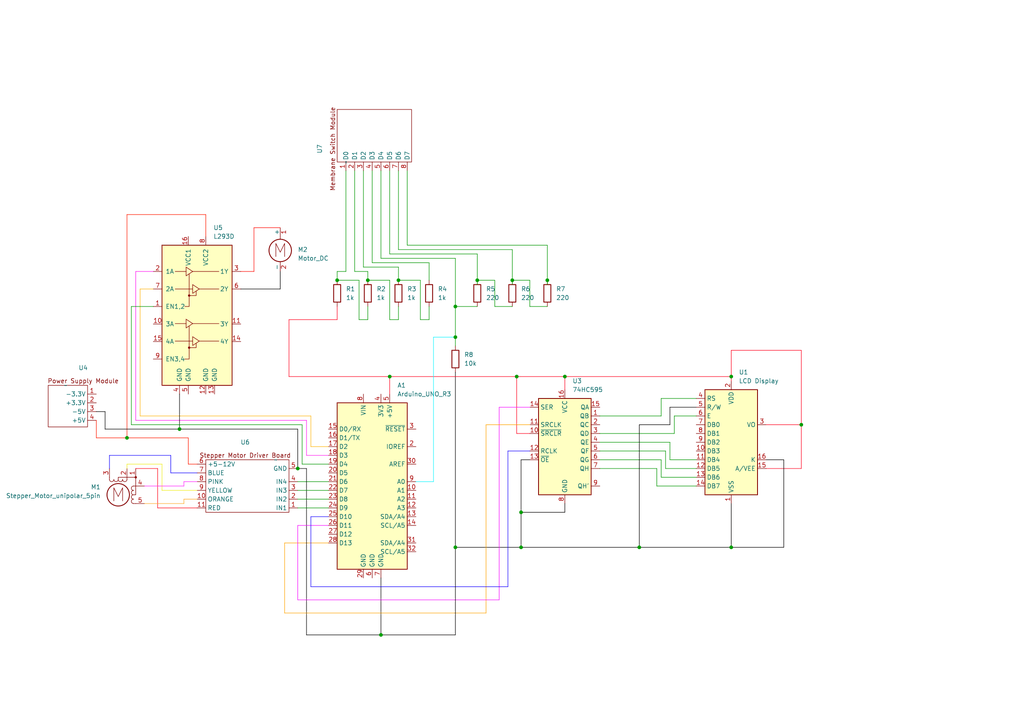
<source format=kicad_sch>
(kicad_sch (version 20230121) (generator eeschema)

  (uuid 6ec3714f-c1b7-450b-bc4f-9dbf4f0c2a3e)

  (paper "A4")

  (lib_symbols
    (symbol "74xx:74HC595" (in_bom yes) (on_board yes)
      (property "Reference" "U" (at -7.62 13.97 0)
        (effects (font (size 1.27 1.27)))
      )
      (property "Value" "74HC595" (at -7.62 -16.51 0)
        (effects (font (size 1.27 1.27)))
      )
      (property "Footprint" "" (at 0 0 0)
        (effects (font (size 1.27 1.27)) hide)
      )
      (property "Datasheet" "http://www.ti.com/lit/ds/symlink/sn74hc595.pdf" (at 0 0 0)
        (effects (font (size 1.27 1.27)) hide)
      )
      (property "ki_keywords" "HCMOS SR 3State" (at 0 0 0)
        (effects (font (size 1.27 1.27)) hide)
      )
      (property "ki_description" "8-bit serial in/out Shift Register 3-State Outputs" (at 0 0 0)
        (effects (font (size 1.27 1.27)) hide)
      )
      (property "ki_fp_filters" "DIP*W7.62mm* SOIC*3.9x9.9mm*P1.27mm* TSSOP*4.4x5mm*P0.65mm* SOIC*5.3x10.2mm*P1.27mm* SOIC*7.5x10.3mm*P1.27mm*" (at 0 0 0)
        (effects (font (size 1.27 1.27)) hide)
      )
      (symbol "74HC595_1_0"
        (pin tri_state line (at 10.16 7.62 180) (length 2.54)
          (name "QB" (effects (font (size 1.27 1.27))))
          (number "1" (effects (font (size 1.27 1.27))))
        )
        (pin input line (at -10.16 2.54 0) (length 2.54)
          (name "~{SRCLR}" (effects (font (size 1.27 1.27))))
          (number "10" (effects (font (size 1.27 1.27))))
        )
        (pin input line (at -10.16 5.08 0) (length 2.54)
          (name "SRCLK" (effects (font (size 1.27 1.27))))
          (number "11" (effects (font (size 1.27 1.27))))
        )
        (pin input line (at -10.16 -2.54 0) (length 2.54)
          (name "RCLK" (effects (font (size 1.27 1.27))))
          (number "12" (effects (font (size 1.27 1.27))))
        )
        (pin input line (at -10.16 -5.08 0) (length 2.54)
          (name "~{OE}" (effects (font (size 1.27 1.27))))
          (number "13" (effects (font (size 1.27 1.27))))
        )
        (pin input line (at -10.16 10.16 0) (length 2.54)
          (name "SER" (effects (font (size 1.27 1.27))))
          (number "14" (effects (font (size 1.27 1.27))))
        )
        (pin tri_state line (at 10.16 10.16 180) (length 2.54)
          (name "QA" (effects (font (size 1.27 1.27))))
          (number "15" (effects (font (size 1.27 1.27))))
        )
        (pin power_in line (at 0 15.24 270) (length 2.54)
          (name "VCC" (effects (font (size 1.27 1.27))))
          (number "16" (effects (font (size 1.27 1.27))))
        )
        (pin tri_state line (at 10.16 5.08 180) (length 2.54)
          (name "QC" (effects (font (size 1.27 1.27))))
          (number "2" (effects (font (size 1.27 1.27))))
        )
        (pin tri_state line (at 10.16 2.54 180) (length 2.54)
          (name "QD" (effects (font (size 1.27 1.27))))
          (number "3" (effects (font (size 1.27 1.27))))
        )
        (pin tri_state line (at 10.16 0 180) (length 2.54)
          (name "QE" (effects (font (size 1.27 1.27))))
          (number "4" (effects (font (size 1.27 1.27))))
        )
        (pin tri_state line (at 10.16 -2.54 180) (length 2.54)
          (name "QF" (effects (font (size 1.27 1.27))))
          (number "5" (effects (font (size 1.27 1.27))))
        )
        (pin tri_state line (at 10.16 -5.08 180) (length 2.54)
          (name "QG" (effects (font (size 1.27 1.27))))
          (number "6" (effects (font (size 1.27 1.27))))
        )
        (pin tri_state line (at 10.16 -7.62 180) (length 2.54)
          (name "QH" (effects (font (size 1.27 1.27))))
          (number "7" (effects (font (size 1.27 1.27))))
        )
        (pin power_in line (at 0 -17.78 90) (length 2.54)
          (name "GND" (effects (font (size 1.27 1.27))))
          (number "8" (effects (font (size 1.27 1.27))))
        )
        (pin output line (at 10.16 -12.7 180) (length 2.54)
          (name "QH'" (effects (font (size 1.27 1.27))))
          (number "9" (effects (font (size 1.27 1.27))))
        )
      )
      (symbol "74HC595_1_1"
        (rectangle (start -7.62 12.7) (end 7.62 -15.24)
          (stroke (width 0.254) (type default))
          (fill (type background))
        )
      )
    )
    (symbol "Breadboard_Power_Supply_Module_1" (in_bom yes) (on_board yes)
      (property "Reference" "U" (at -4.445 3.175 0)
        (effects (font (size 1.27 1.27)))
      )
      (property "Value" "" (at 0 0 0)
        (effects (font (size 1.27 1.27)))
      )
      (property "Footprint" "" (at 0 0 0)
        (effects (font (size 1.27 1.27)) hide)
      )
      (property "Datasheet" "" (at 0 0 0)
        (effects (font (size 1.27 1.27)) hide)
      )
      (symbol "Breadboard_Power_Supply_Module_1_0_1"
        (rectangle (start -5.08 0) (end 6.35 -12.065)
          (stroke (width 0) (type default))
          (fill (type none))
        )
      )
      (symbol "Breadboard_Power_Supply_Module_1_1_1"
        (text "Power Supply Module" (at 5.08 1.27 0)
          (effects (font (size 1.27 1.27)))
        )
        (pin power_in line (at 8.89 -2.54 180) (length 2.54)
          (name "-3.3V" (effects (font (size 1.27 1.27))))
          (number "1" (effects (font (size 1.27 1.27))))
        )
        (pin power_out line (at 8.89 -5.08 180) (length 2.54)
          (name "+3.3V" (effects (font (size 1.27 1.27))))
          (number "2" (effects (font (size 1.27 1.27))))
        )
        (pin power_in line (at 8.89 -7.62 180) (length 2.54)
          (name "-5V" (effects (font (size 1.27 1.27))))
          (number "3" (effects (font (size 1.27 1.27))))
        )
        (pin power_out line (at 8.89 -10.16 180) (length 2.54)
          (name "+5V" (effects (font (size 1.27 1.27))))
          (number "4" (effects (font (size 1.27 1.27))))
        )
      )
    )
    (symbol "Device:R" (pin_numbers hide) (pin_names (offset 0)) (in_bom yes) (on_board yes)
      (property "Reference" "R" (at 2.032 0 90)
        (effects (font (size 1.27 1.27)))
      )
      (property "Value" "R" (at 0 0 90)
        (effects (font (size 1.27 1.27)))
      )
      (property "Footprint" "" (at -1.778 0 90)
        (effects (font (size 1.27 1.27)) hide)
      )
      (property "Datasheet" "~" (at 0 0 0)
        (effects (font (size 1.27 1.27)) hide)
      )
      (property "ki_keywords" "R res resistor" (at 0 0 0)
        (effects (font (size 1.27 1.27)) hide)
      )
      (property "ki_description" "Resistor" (at 0 0 0)
        (effects (font (size 1.27 1.27)) hide)
      )
      (property "ki_fp_filters" "R_*" (at 0 0 0)
        (effects (font (size 1.27 1.27)) hide)
      )
      (symbol "R_0_1"
        (rectangle (start -1.016 -2.54) (end 1.016 2.54)
          (stroke (width 0.254) (type default))
          (fill (type none))
        )
      )
      (symbol "R_1_1"
        (pin passive line (at 0 3.81 270) (length 1.27)
          (name "~" (effects (font (size 1.27 1.27))))
          (number "1" (effects (font (size 1.27 1.27))))
        )
        (pin passive line (at 0 -3.81 90) (length 1.27)
          (name "~" (effects (font (size 1.27 1.27))))
          (number "2" (effects (font (size 1.27 1.27))))
        )
      )
    )
    (symbol "Display_Character:RC1602A" (in_bom yes) (on_board yes)
      (property "Reference" "U" (at -6.35 16.51 0)
        (effects (font (size 1.27 1.27)))
      )
      (property "Value" "RC1602A" (at 2.794 16.51 0)
        (effects (font (size 1.27 1.27)) (justify left))
      )
      (property "Footprint" "Display:RC1602A" (at 2.54 -20.32 0)
        (effects (font (size 1.27 1.27)) hide)
      )
      (property "Datasheet" "http://www.raystar-optronics.com/down.php?ProID=18" (at 2.54 -2.54 0)
        (effects (font (size 1.27 1.27)) hide)
      )
      (property "ki_keywords" "display LCD dot-matrix" (at 0 0 0)
        (effects (font (size 1.27 1.27)) hide)
      )
      (property "ki_description" "LCD 16x2 Alphanumeric gray backlight, 3 or 5V VDD" (at 0 0 0)
        (effects (font (size 1.27 1.27)) hide)
      )
      (property "ki_fp_filters" "*RC1602A*" (at 0 0 0)
        (effects (font (size 1.27 1.27)) hide)
      )
      (symbol "RC1602A_0_1"
        (rectangle (start -7.62 15.24) (end 7.62 -15.24)
          (stroke (width 0.254) (type default))
          (fill (type background))
        )
      )
      (symbol "RC1602A_1_1"
        (pin power_in line (at 0 -17.78 90) (length 2.54)
          (name "VSS" (effects (font (size 1.27 1.27))))
          (number "1" (effects (font (size 1.27 1.27))))
        )
        (pin bidirectional line (at -10.16 -2.54 0) (length 2.54)
          (name "DB3" (effects (font (size 1.27 1.27))))
          (number "10" (effects (font (size 1.27 1.27))))
        )
        (pin bidirectional line (at -10.16 -5.08 0) (length 2.54)
          (name "DB4" (effects (font (size 1.27 1.27))))
          (number "11" (effects (font (size 1.27 1.27))))
        )
        (pin bidirectional line (at -10.16 -7.62 0) (length 2.54)
          (name "DB5" (effects (font (size 1.27 1.27))))
          (number "12" (effects (font (size 1.27 1.27))))
        )
        (pin bidirectional line (at -10.16 -10.16 0) (length 2.54)
          (name "DB6" (effects (font (size 1.27 1.27))))
          (number "13" (effects (font (size 1.27 1.27))))
        )
        (pin bidirectional line (at -10.16 -12.7 0) (length 2.54)
          (name "DB7" (effects (font (size 1.27 1.27))))
          (number "14" (effects (font (size 1.27 1.27))))
        )
        (pin power_in line (at 10.16 -7.62 180) (length 2.54)
          (name "A/VEE" (effects (font (size 1.27 1.27))))
          (number "15" (effects (font (size 1.27 1.27))))
        )
        (pin power_in line (at 10.16 -5.08 180) (length 2.54)
          (name "K" (effects (font (size 1.27 1.27))))
          (number "16" (effects (font (size 1.27 1.27))))
        )
        (pin power_in line (at 0 17.78 270) (length 2.54)
          (name "VDD" (effects (font (size 1.27 1.27))))
          (number "2" (effects (font (size 1.27 1.27))))
        )
        (pin power_in line (at 10.16 5.08 180) (length 2.54)
          (name "VO" (effects (font (size 1.27 1.27))))
          (number "3" (effects (font (size 1.27 1.27))))
        )
        (pin input line (at -10.16 12.7 0) (length 2.54)
          (name "RS" (effects (font (size 1.27 1.27))))
          (number "4" (effects (font (size 1.27 1.27))))
        )
        (pin input line (at -10.16 10.16 0) (length 2.54)
          (name "R/W" (effects (font (size 1.27 1.27))))
          (number "5" (effects (font (size 1.27 1.27))))
        )
        (pin input line (at -10.16 7.62 0) (length 2.54)
          (name "E" (effects (font (size 1.27 1.27))))
          (number "6" (effects (font (size 1.27 1.27))))
        )
        (pin bidirectional line (at -10.16 5.08 0) (length 2.54)
          (name "DB0" (effects (font (size 1.27 1.27))))
          (number "7" (effects (font (size 1.27 1.27))))
        )
        (pin bidirectional line (at -10.16 2.54 0) (length 2.54)
          (name "DB1" (effects (font (size 1.27 1.27))))
          (number "8" (effects (font (size 1.27 1.27))))
        )
        (pin bidirectional line (at -10.16 0 0) (length 2.54)
          (name "DB2" (effects (font (size 1.27 1.27))))
          (number "9" (effects (font (size 1.27 1.27))))
        )
      )
    )
    (symbol "Driver_Motor:L293D" (pin_names (offset 1.016)) (in_bom yes) (on_board yes)
      (property "Reference" "U" (at -5.08 26.035 0)
        (effects (font (size 1.27 1.27)) (justify right))
      )
      (property "Value" "L293D" (at -5.08 24.13 0)
        (effects (font (size 1.27 1.27)) (justify right))
      )
      (property "Footprint" "Package_DIP:DIP-16_W7.62mm" (at 6.35 -19.05 0)
        (effects (font (size 1.27 1.27)) (justify left) hide)
      )
      (property "Datasheet" "http://www.ti.com/lit/ds/symlink/l293.pdf" (at -7.62 17.78 0)
        (effects (font (size 1.27 1.27)) hide)
      )
      (property "ki_keywords" "Half-H Driver Motor" (at 0 0 0)
        (effects (font (size 1.27 1.27)) hide)
      )
      (property "ki_description" "Quadruple Half-H Drivers" (at 0 0 0)
        (effects (font (size 1.27 1.27)) hide)
      )
      (property "ki_fp_filters" "DIP*W7.62mm*" (at 0 0 0)
        (effects (font (size 1.27 1.27)) hide)
      )
      (symbol "L293D_0_1"
        (rectangle (start -10.16 22.86) (end 10.16 -17.78)
          (stroke (width 0.254) (type default))
          (fill (type background))
        )
        (circle (center -2.286 -6.858) (radius 0.254)
          (stroke (width 0) (type default))
          (fill (type outline))
        )
        (circle (center -2.286 8.255) (radius 0.254)
          (stroke (width 0) (type default))
          (fill (type outline))
        )
        (polyline
          (pts
            (xy -6.35 -4.953)
            (xy -1.27 -4.953)
          )
          (stroke (width 0) (type default))
          (fill (type none))
        )
        (polyline
          (pts
            (xy -6.35 0.127)
            (xy -3.175 0.127)
          )
          (stroke (width 0) (type default))
          (fill (type none))
        )
        (polyline
          (pts
            (xy -6.35 10.16)
            (xy -1.27 10.16)
          )
          (stroke (width 0) (type default))
          (fill (type none))
        )
        (polyline
          (pts
            (xy -6.35 15.24)
            (xy -3.175 15.24)
          )
          (stroke (width 0) (type default))
          (fill (type none))
        )
        (polyline
          (pts
            (xy -1.27 0.127)
            (xy 6.35 0.127)
          )
          (stroke (width 0) (type default))
          (fill (type none))
        )
        (polyline
          (pts
            (xy -1.27 15.24)
            (xy 6.35 15.24)
          )
          (stroke (width 0) (type default))
          (fill (type none))
        )
        (polyline
          (pts
            (xy 0.635 -4.953)
            (xy 6.35 -4.953)
          )
          (stroke (width 0) (type default))
          (fill (type none))
        )
        (polyline
          (pts
            (xy 0.635 10.16)
            (xy 6.35 10.16)
          )
          (stroke (width 0) (type default))
          (fill (type none))
        )
        (polyline
          (pts
            (xy -2.286 -6.858)
            (xy -0.254 -6.858)
            (xy -0.254 -5.588)
          )
          (stroke (width 0) (type default))
          (fill (type none))
        )
        (polyline
          (pts
            (xy -2.286 -0.635)
            (xy -2.286 -10.16)
            (xy -3.556 -10.16)
          )
          (stroke (width 0) (type default))
          (fill (type none))
        )
        (polyline
          (pts
            (xy -2.286 8.255)
            (xy -0.254 8.255)
            (xy -0.254 9.525)
          )
          (stroke (width 0) (type default))
          (fill (type none))
        )
        (polyline
          (pts
            (xy -2.286 14.478)
            (xy -2.286 5.08)
            (xy -3.556 5.08)
          )
          (stroke (width 0) (type default))
          (fill (type none))
        )
        (polyline
          (pts
            (xy -3.175 1.397)
            (xy -3.175 -1.143)
            (xy -1.27 0.127)
            (xy -3.175 1.397)
          )
          (stroke (width 0) (type default))
          (fill (type none))
        )
        (polyline
          (pts
            (xy -3.175 16.51)
            (xy -3.175 13.97)
            (xy -1.27 15.24)
            (xy -3.175 16.51)
          )
          (stroke (width 0) (type default))
          (fill (type none))
        )
        (polyline
          (pts
            (xy -1.27 -3.683)
            (xy -1.27 -6.223)
            (xy 0.635 -4.953)
            (xy -1.27 -3.683)
          )
          (stroke (width 0) (type default))
          (fill (type none))
        )
        (polyline
          (pts
            (xy -1.27 11.43)
            (xy -1.27 8.89)
            (xy 0.635 10.16)
            (xy -1.27 11.43)
          )
          (stroke (width 0) (type default))
          (fill (type none))
        )
      )
      (symbol "L293D_1_1"
        (pin input line (at -12.7 5.08 0) (length 2.54)
          (name "EN1,2" (effects (font (size 1.27 1.27))))
          (number "1" (effects (font (size 1.27 1.27))))
        )
        (pin input line (at -12.7 0 0) (length 2.54)
          (name "3A" (effects (font (size 1.27 1.27))))
          (number "10" (effects (font (size 1.27 1.27))))
        )
        (pin output line (at 12.7 0 180) (length 2.54)
          (name "3Y" (effects (font (size 1.27 1.27))))
          (number "11" (effects (font (size 1.27 1.27))))
        )
        (pin power_in line (at 2.54 -20.32 90) (length 2.54)
          (name "GND" (effects (font (size 1.27 1.27))))
          (number "12" (effects (font (size 1.27 1.27))))
        )
        (pin power_in line (at 5.08 -20.32 90) (length 2.54)
          (name "GND" (effects (font (size 1.27 1.27))))
          (number "13" (effects (font (size 1.27 1.27))))
        )
        (pin output line (at 12.7 -5.08 180) (length 2.54)
          (name "4Y" (effects (font (size 1.27 1.27))))
          (number "14" (effects (font (size 1.27 1.27))))
        )
        (pin input line (at -12.7 -5.08 0) (length 2.54)
          (name "4A" (effects (font (size 1.27 1.27))))
          (number "15" (effects (font (size 1.27 1.27))))
        )
        (pin power_in line (at -2.54 25.4 270) (length 2.54)
          (name "VCC1" (effects (font (size 1.27 1.27))))
          (number "16" (effects (font (size 1.27 1.27))))
        )
        (pin input line (at -12.7 15.24 0) (length 2.54)
          (name "1A" (effects (font (size 1.27 1.27))))
          (number "2" (effects (font (size 1.27 1.27))))
        )
        (pin output line (at 12.7 15.24 180) (length 2.54)
          (name "1Y" (effects (font (size 1.27 1.27))))
          (number "3" (effects (font (size 1.27 1.27))))
        )
        (pin power_in line (at -5.08 -20.32 90) (length 2.54)
          (name "GND" (effects (font (size 1.27 1.27))))
          (number "4" (effects (font (size 1.27 1.27))))
        )
        (pin power_in line (at -2.54 -20.32 90) (length 2.54)
          (name "GND" (effects (font (size 1.27 1.27))))
          (number "5" (effects (font (size 1.27 1.27))))
        )
        (pin output line (at 12.7 10.16 180) (length 2.54)
          (name "2Y" (effects (font (size 1.27 1.27))))
          (number "6" (effects (font (size 1.27 1.27))))
        )
        (pin input line (at -12.7 10.16 0) (length 2.54)
          (name "2A" (effects (font (size 1.27 1.27))))
          (number "7" (effects (font (size 1.27 1.27))))
        )
        (pin power_in line (at 2.54 25.4 270) (length 2.54)
          (name "VCC2" (effects (font (size 1.27 1.27))))
          (number "8" (effects (font (size 1.27 1.27))))
        )
        (pin input line (at -12.7 -10.16 0) (length 2.54)
          (name "EN3,4" (effects (font (size 1.27 1.27))))
          (number "9" (effects (font (size 1.27 1.27))))
        )
      )
    )
    (symbol "MCU_Module:Arduino_UNO_R3" (in_bom yes) (on_board yes)
      (property "Reference" "A" (at -10.16 23.495 0)
        (effects (font (size 1.27 1.27)) (justify left bottom))
      )
      (property "Value" "Arduino_UNO_R3" (at 5.08 -26.67 0)
        (effects (font (size 1.27 1.27)) (justify left top))
      )
      (property "Footprint" "Module:Arduino_UNO_R3" (at 0 0 0)
        (effects (font (size 1.27 1.27) italic) hide)
      )
      (property "Datasheet" "https://www.arduino.cc/en/Main/arduinoBoardUno" (at 0 0 0)
        (effects (font (size 1.27 1.27)) hide)
      )
      (property "ki_keywords" "Arduino UNO R3 Microcontroller Module Atmel AVR USB" (at 0 0 0)
        (effects (font (size 1.27 1.27)) hide)
      )
      (property "ki_description" "Arduino UNO Microcontroller Module, release 3" (at 0 0 0)
        (effects (font (size 1.27 1.27)) hide)
      )
      (property "ki_fp_filters" "Arduino*UNO*R3*" (at 0 0 0)
        (effects (font (size 1.27 1.27)) hide)
      )
      (symbol "Arduino_UNO_R3_0_1"
        (rectangle (start -10.16 22.86) (end 10.16 -25.4)
          (stroke (width 0.254) (type default))
          (fill (type background))
        )
      )
      (symbol "Arduino_UNO_R3_1_1"
        (pin no_connect line (at -10.16 -20.32 0) (length 2.54) hide
          (name "NC" (effects (font (size 1.27 1.27))))
          (number "1" (effects (font (size 1.27 1.27))))
        )
        (pin bidirectional line (at 12.7 -2.54 180) (length 2.54)
          (name "A1" (effects (font (size 1.27 1.27))))
          (number "10" (effects (font (size 1.27 1.27))))
        )
        (pin bidirectional line (at 12.7 -5.08 180) (length 2.54)
          (name "A2" (effects (font (size 1.27 1.27))))
          (number "11" (effects (font (size 1.27 1.27))))
        )
        (pin bidirectional line (at 12.7 -7.62 180) (length 2.54)
          (name "A3" (effects (font (size 1.27 1.27))))
          (number "12" (effects (font (size 1.27 1.27))))
        )
        (pin bidirectional line (at 12.7 -10.16 180) (length 2.54)
          (name "SDA/A4" (effects (font (size 1.27 1.27))))
          (number "13" (effects (font (size 1.27 1.27))))
        )
        (pin bidirectional line (at 12.7 -12.7 180) (length 2.54)
          (name "SCL/A5" (effects (font (size 1.27 1.27))))
          (number "14" (effects (font (size 1.27 1.27))))
        )
        (pin bidirectional line (at -12.7 15.24 0) (length 2.54)
          (name "D0/RX" (effects (font (size 1.27 1.27))))
          (number "15" (effects (font (size 1.27 1.27))))
        )
        (pin bidirectional line (at -12.7 12.7 0) (length 2.54)
          (name "D1/TX" (effects (font (size 1.27 1.27))))
          (number "16" (effects (font (size 1.27 1.27))))
        )
        (pin bidirectional line (at -12.7 10.16 0) (length 2.54)
          (name "D2" (effects (font (size 1.27 1.27))))
          (number "17" (effects (font (size 1.27 1.27))))
        )
        (pin bidirectional line (at -12.7 7.62 0) (length 2.54)
          (name "D3" (effects (font (size 1.27 1.27))))
          (number "18" (effects (font (size 1.27 1.27))))
        )
        (pin bidirectional line (at -12.7 5.08 0) (length 2.54)
          (name "D4" (effects (font (size 1.27 1.27))))
          (number "19" (effects (font (size 1.27 1.27))))
        )
        (pin output line (at 12.7 10.16 180) (length 2.54)
          (name "IOREF" (effects (font (size 1.27 1.27))))
          (number "2" (effects (font (size 1.27 1.27))))
        )
        (pin bidirectional line (at -12.7 2.54 0) (length 2.54)
          (name "D5" (effects (font (size 1.27 1.27))))
          (number "20" (effects (font (size 1.27 1.27))))
        )
        (pin bidirectional line (at -12.7 0 0) (length 2.54)
          (name "D6" (effects (font (size 1.27 1.27))))
          (number "21" (effects (font (size 1.27 1.27))))
        )
        (pin bidirectional line (at -12.7 -2.54 0) (length 2.54)
          (name "D7" (effects (font (size 1.27 1.27))))
          (number "22" (effects (font (size 1.27 1.27))))
        )
        (pin bidirectional line (at -12.7 -5.08 0) (length 2.54)
          (name "D8" (effects (font (size 1.27 1.27))))
          (number "23" (effects (font (size 1.27 1.27))))
        )
        (pin bidirectional line (at -12.7 -7.62 0) (length 2.54)
          (name "D9" (effects (font (size 1.27 1.27))))
          (number "24" (effects (font (size 1.27 1.27))))
        )
        (pin bidirectional line (at -12.7 -10.16 0) (length 2.54)
          (name "D10" (effects (font (size 1.27 1.27))))
          (number "25" (effects (font (size 1.27 1.27))))
        )
        (pin bidirectional line (at -12.7 -12.7 0) (length 2.54)
          (name "D11" (effects (font (size 1.27 1.27))))
          (number "26" (effects (font (size 1.27 1.27))))
        )
        (pin bidirectional line (at -12.7 -15.24 0) (length 2.54)
          (name "D12" (effects (font (size 1.27 1.27))))
          (number "27" (effects (font (size 1.27 1.27))))
        )
        (pin bidirectional line (at -12.7 -17.78 0) (length 2.54)
          (name "D13" (effects (font (size 1.27 1.27))))
          (number "28" (effects (font (size 1.27 1.27))))
        )
        (pin power_in line (at -2.54 -27.94 90) (length 2.54)
          (name "GND" (effects (font (size 1.27 1.27))))
          (number "29" (effects (font (size 1.27 1.27))))
        )
        (pin input line (at 12.7 15.24 180) (length 2.54)
          (name "~{RESET}" (effects (font (size 1.27 1.27))))
          (number "3" (effects (font (size 1.27 1.27))))
        )
        (pin input line (at 12.7 5.08 180) (length 2.54)
          (name "AREF" (effects (font (size 1.27 1.27))))
          (number "30" (effects (font (size 1.27 1.27))))
        )
        (pin bidirectional line (at 12.7 -17.78 180) (length 2.54)
          (name "SDA/A4" (effects (font (size 1.27 1.27))))
          (number "31" (effects (font (size 1.27 1.27))))
        )
        (pin bidirectional line (at 12.7 -20.32 180) (length 2.54)
          (name "SCL/A5" (effects (font (size 1.27 1.27))))
          (number "32" (effects (font (size 1.27 1.27))))
        )
        (pin power_out line (at 2.54 25.4 270) (length 2.54)
          (name "3V3" (effects (font (size 1.27 1.27))))
          (number "4" (effects (font (size 1.27 1.27))))
        )
        (pin power_out line (at 5.08 25.4 270) (length 2.54)
          (name "+5V" (effects (font (size 1.27 1.27))))
          (number "5" (effects (font (size 1.27 1.27))))
        )
        (pin power_in line (at 0 -27.94 90) (length 2.54)
          (name "GND" (effects (font (size 1.27 1.27))))
          (number "6" (effects (font (size 1.27 1.27))))
        )
        (pin power_in line (at 2.54 -27.94 90) (length 2.54)
          (name "GND" (effects (font (size 1.27 1.27))))
          (number "7" (effects (font (size 1.27 1.27))))
        )
        (pin power_in line (at -2.54 25.4 270) (length 2.54)
          (name "VIN" (effects (font (size 1.27 1.27))))
          (number "8" (effects (font (size 1.27 1.27))))
        )
        (pin bidirectional line (at 12.7 0 180) (length 2.54)
          (name "A0" (effects (font (size 1.27 1.27))))
          (number "9" (effects (font (size 1.27 1.27))))
        )
      )
    )
    (symbol "Motor:Motor_DC" (pin_names (offset 0)) (in_bom yes) (on_board yes)
      (property "Reference" "M" (at 2.54 2.54 0)
        (effects (font (size 1.27 1.27)) (justify left))
      )
      (property "Value" "Motor_DC" (at 2.54 -5.08 0)
        (effects (font (size 1.27 1.27)) (justify left top))
      )
      (property "Footprint" "" (at 0 -2.286 0)
        (effects (font (size 1.27 1.27)) hide)
      )
      (property "Datasheet" "~" (at 0 -2.286 0)
        (effects (font (size 1.27 1.27)) hide)
      )
      (property "ki_keywords" "DC Motor" (at 0 0 0)
        (effects (font (size 1.27 1.27)) hide)
      )
      (property "ki_description" "DC Motor" (at 0 0 0)
        (effects (font (size 1.27 1.27)) hide)
      )
      (property "ki_fp_filters" "PinHeader*P2.54mm* TerminalBlock*" (at 0 0 0)
        (effects (font (size 1.27 1.27)) hide)
      )
      (symbol "Motor_DC_0_0"
        (polyline
          (pts
            (xy -1.27 -3.302)
            (xy -1.27 0.508)
            (xy 0 -2.032)
            (xy 1.27 0.508)
            (xy 1.27 -3.302)
          )
          (stroke (width 0) (type default))
          (fill (type none))
        )
      )
      (symbol "Motor_DC_0_1"
        (circle (center 0 -1.524) (radius 3.2512)
          (stroke (width 0.254) (type default))
          (fill (type none))
        )
        (polyline
          (pts
            (xy 0 -7.62)
            (xy 0 -7.112)
          )
          (stroke (width 0) (type default))
          (fill (type none))
        )
        (polyline
          (pts
            (xy 0 -4.7752)
            (xy 0 -5.1816)
          )
          (stroke (width 0) (type default))
          (fill (type none))
        )
        (polyline
          (pts
            (xy 0 1.7272)
            (xy 0 2.0828)
          )
          (stroke (width 0) (type default))
          (fill (type none))
        )
        (polyline
          (pts
            (xy 0 2.032)
            (xy 0 2.54)
          )
          (stroke (width 0) (type default))
          (fill (type none))
        )
      )
      (symbol "Motor_DC_1_1"
        (pin passive line (at 0 5.08 270) (length 2.54)
          (name "+" (effects (font (size 1.27 1.27))))
          (number "1" (effects (font (size 1.27 1.27))))
        )
        (pin passive line (at 0 -7.62 90) (length 2.54)
          (name "-" (effects (font (size 1.27 1.27))))
          (number "2" (effects (font (size 1.27 1.27))))
        )
      )
    )
    (symbol "Motor:Stepper_Motor_unipolar_5pin" (pin_names (offset 0) hide) (in_bom yes) (on_board yes)
      (property "Reference" "M" (at 3.81 2.54 0)
        (effects (font (size 1.27 1.27)) (justify left))
      )
      (property "Value" "Stepper_Motor_unipolar_5pin" (at 3.81 1.27 0)
        (effects (font (size 1.27 1.27)) (justify left top))
      )
      (property "Footprint" "" (at 0.254 -0.254 0)
        (effects (font (size 1.27 1.27)) hide)
      )
      (property "Datasheet" "http://www.infineon.com/dgdl/Application-Note-TLE8110EE_driving_UniPolarStepperMotor_V1.1.pdf?fileId=db3a30431be39b97011be5d0aa0a00b0" (at 0.254 -0.254 0)
        (effects (font (size 1.27 1.27)) hide)
      )
      (property "ki_keywords" "unipolar stepper motor" (at 0 0 0)
        (effects (font (size 1.27 1.27)) hide)
      )
      (property "ki_description" "5-wire unipolar stepper motor" (at 0 0 0)
        (effects (font (size 1.27 1.27)) hide)
      )
      (property "ki_fp_filters" "PinHeader*P2.54mm* TerminalBlock*" (at 0 0 0)
        (effects (font (size 1.27 1.27)) hide)
      )
      (symbol "Stepper_Motor_unipolar_5pin_0_0"
        (polyline
          (pts
            (xy -1.27 -1.778)
            (xy -1.27 2.032)
            (xy 0 -0.508)
            (xy 1.27 2.032)
            (xy 1.27 -1.778)
          )
          (stroke (width 0) (type default))
          (fill (type none))
        )
      )
      (symbol "Stepper_Motor_unipolar_5pin_0_1"
        (circle (center -5.08 5.08) (radius 0.0001)
          (stroke (width 0) (type default))
          (fill (type outline))
        )
        (circle (center -5.08 5.08) (radius 0.254)
          (stroke (width 0) (type default))
          (fill (type outline))
        )
        (arc (start -4.445 -2.54) (mid -3.8127 -1.905) (end -4.445 -1.27)
          (stroke (width 0) (type default))
          (fill (type none))
        )
        (arc (start -4.445 -1.27) (mid -3.8127 -0.635) (end -4.445 0)
          (stroke (width 0) (type default))
          (fill (type none))
        )
        (arc (start -4.445 0) (mid -3.8127 0.635) (end -4.445 1.27)
          (stroke (width 0) (type default))
          (fill (type none))
        )
        (arc (start -4.445 1.27) (mid -3.8127 1.905) (end -4.445 2.54)
          (stroke (width 0) (type default))
          (fill (type none))
        )
        (arc (start -2.54 4.445) (mid -1.905 3.8127) (end -1.27 4.445)
          (stroke (width 0) (type default))
          (fill (type none))
        )
        (arc (start -1.27 4.445) (mid -0.635 3.8127) (end 0 4.445)
          (stroke (width 0) (type default))
          (fill (type none))
        )
        (polyline
          (pts
            (xy -5.08 -2.54)
            (xy -4.445 -2.54)
          )
          (stroke (width 0) (type default))
          (fill (type none))
        )
        (polyline
          (pts
            (xy -5.08 2.54)
            (xy -4.445 2.54)
          )
          (stroke (width 0) (type default))
          (fill (type none))
        )
        (polyline
          (pts
            (xy -2.54 4.445)
            (xy -2.54 5.08)
          )
          (stroke (width 0) (type default))
          (fill (type none))
        )
        (polyline
          (pts
            (xy 2.54 4.445)
            (xy 2.54 5.08)
          )
          (stroke (width 0) (type default))
          (fill (type none))
        )
        (polyline
          (pts
            (xy -5.08 5.08)
            (xy -5.08 0)
            (xy -4.445 0)
          )
          (stroke (width 0) (type default))
          (fill (type none))
        )
        (polyline
          (pts
            (xy 0 4.445)
            (xy 0 5.08)
            (xy -5.08 5.08)
          )
          (stroke (width 0) (type default))
          (fill (type none))
        )
        (circle (center 0 0) (radius 3.2512)
          (stroke (width 0.254) (type default))
          (fill (type none))
        )
        (arc (start 0 4.445) (mid 0.635 3.8127) (end 1.27 4.445)
          (stroke (width 0) (type default))
          (fill (type none))
        )
        (arc (start 1.27 4.445) (mid 1.905 3.8127) (end 2.54 4.445)
          (stroke (width 0) (type default))
          (fill (type none))
        )
      )
      (symbol "Stepper_Motor_unipolar_5pin_1_1"
        (pin passive line (at -5.08 7.62 270) (length 2.54)
          (name "~" (effects (font (size 1.27 1.27))))
          (number "1" (effects (font (size 1.27 1.27))))
        )
        (pin passive line (at -2.54 7.62 270) (length 2.54)
          (name "~" (effects (font (size 1.27 1.27))))
          (number "2" (effects (font (size 1.27 1.27))))
        )
        (pin passive line (at 2.54 7.62 270) (length 2.54)
          (name "-" (effects (font (size 1.27 1.27))))
          (number "3" (effects (font (size 1.27 1.27))))
        )
        (pin passive line (at -7.62 2.54 0) (length 2.54)
          (name "~" (effects (font (size 1.27 1.27))))
          (number "4" (effects (font (size 1.27 1.27))))
        )
        (pin passive line (at -7.62 -2.54 0) (length 2.54)
          (name "~" (effects (font (size 1.27 1.27))))
          (number "5" (effects (font (size 1.27 1.27))))
        )
      )
    )
    (symbol "New_Library:Membrane_Switch_Module" (in_bom yes) (on_board yes)
      (property "Reference" "U" (at -1.27 6.35 0)
        (effects (font (size 1.27 1.27)))
      )
      (property "Value" "" (at 0 0 0)
        (effects (font (size 1.27 1.27)))
      )
      (property "Footprint" "" (at 0 0 0)
        (effects (font (size 1.27 1.27)) hide)
      )
      (property "Datasheet" "" (at 0 0 0)
        (effects (font (size 1.27 1.27)) hide)
      )
      (symbol "Membrane_Switch_Module_0_0"
        (pin power_in line (at 2.54 0 180) (length 2.54)
          (name "D0" (effects (font (size 1.27 1.27))))
          (number "1" (effects (font (size 1.27 1.27))))
        )
        (pin power_in line (at 2.54 -2.54 180) (length 2.54)
          (name "D1" (effects (font (size 1.27 1.27))))
          (number "2" (effects (font (size 1.27 1.27))))
        )
        (pin power_in line (at 2.54 -5.08 180) (length 2.54)
          (name "D2" (effects (font (size 1.27 1.27))))
          (number "3" (effects (font (size 1.27 1.27))))
        )
        (pin power_in line (at 2.54 -7.62 180) (length 2.54)
          (name "D3" (effects (font (size 1.27 1.27))))
          (number "4" (effects (font (size 1.27 1.27))))
        )
        (pin power_out line (at 2.54 -10.16 180) (length 2.54)
          (name "D4" (effects (font (size 1.27 1.27))))
          (number "5" (effects (font (size 1.27 1.27))))
        )
        (pin power_out line (at 2.54 -12.7 180) (length 2.54)
          (name "D5" (effects (font (size 1.27 1.27))))
          (number "6" (effects (font (size 1.27 1.27))))
        )
        (pin power_out line (at 2.54 -15.24 180) (length 2.54)
          (name "D6" (effects (font (size 1.27 1.27))))
          (number "7" (effects (font (size 1.27 1.27))))
        )
        (pin power_out line (at 2.54 -17.78 180) (length 2.54)
          (name "D7" (effects (font (size 1.27 1.27))))
          (number "8" (effects (font (size 1.27 1.27))))
        )
      )
      (symbol "Membrane_Switch_Module_0_1"
        (rectangle (start -15.24 2.54) (end 0 -19.05)
          (stroke (width 0) (type default))
          (fill (type none))
        )
      )
      (symbol "Membrane_Switch_Module_1_1"
        (text "Membrane Switch Module" (at -3.81 3.81 0)
          (effects (font (size 1.27 1.27)))
        )
      )
    )
    (symbol "New_Library:Stepper_Motor_Driver_Board" (in_bom yes) (on_board yes)
      (property "Reference" "U" (at -2.54 3.81 0)
        (effects (font (size 1.27 1.27)))
      )
      (property "Value" "" (at 0 0 0)
        (effects (font (size 1.27 1.27)))
      )
      (property "Footprint" "" (at 0 0 0)
        (effects (font (size 1.27 1.27)) hide)
      )
      (property "Datasheet" "" (at 0 0 0)
        (effects (font (size 1.27 1.27)) hide)
      )
      (symbol "Stepper_Motor_Driver_Board_0_1"
        (rectangle (start -3.81 0) (end 20.32 -15.24)
          (stroke (width 0) (type default))
          (fill (type none))
        )
      )
      (symbol "Stepper_Motor_Driver_Board_1_1"
        (text "Stepper Motor Driver Board\n" (at 8.89 1.27 0)
          (effects (font (size 1.27 1.27)))
        )
        (pin input line (at -6.35 -13.97 0) (length 2.54)
          (name "IN1" (effects (font (size 1.27 1.27))))
          (number "1" (effects (font (size 1.27 1.27))))
        )
        (pin output line (at 22.86 -11.43 180) (length 2.54)
          (name "ORANGE" (effects (font (size 1.27 1.27))))
          (number "10" (effects (font (size 1.27 1.27))))
        )
        (pin output line (at 22.86 -13.97 180) (length 2.54)
          (name "RED" (effects (font (size 1.27 1.27))))
          (number "11" (effects (font (size 1.27 1.27))))
        )
        (pin input line (at -6.35 -11.43 0) (length 2.54)
          (name "IN2" (effects (font (size 1.27 1.27))))
          (number "2" (effects (font (size 1.27 1.27))))
        )
        (pin input line (at -6.35 -8.89 0) (length 2.54)
          (name "IN3" (effects (font (size 1.27 1.27))))
          (number "3" (effects (font (size 1.27 1.27))))
        )
        (pin input line (at -6.35 -6.35 0) (length 2.54)
          (name "IN4" (effects (font (size 1.27 1.27))))
          (number "4" (effects (font (size 1.27 1.27))))
        )
        (pin power_in line (at -6.35 -2.54 0) (length 2.54)
          (name "GND" (effects (font (size 1.27 1.27))))
          (number "5" (effects (font (size 1.27 1.27))))
        )
        (pin power_out line (at 22.86 -1.27 180) (length 2.54)
          (name "+5-12V" (effects (font (size 1.27 1.27))))
          (number "6" (effects (font (size 1.27 1.27))))
        )
        (pin output line (at 22.86 -3.81 180) (length 2.54)
          (name "BLUE" (effects (font (size 1.27 1.27))))
          (number "7" (effects (font (size 1.27 1.27))))
        )
        (pin output line (at 22.86 -6.35 180) (length 2.54)
          (name "PINK" (effects (font (size 1.27 1.27))))
          (number "8" (effects (font (size 1.27 1.27))))
        )
        (pin output line (at 22.86 -8.89 180) (length 2.54)
          (name "YELLOW" (effects (font (size 1.27 1.27))))
          (number "9" (effects (font (size 1.27 1.27))))
        )
      )
    )
  )

  (junction (at 158.75 81.28) (diameter 0) (color 0 0 0 0)
    (uuid 061f2cbf-410c-4705-9160-2b66490323cb)
  )
  (junction (at 212.09 158.75) (diameter 0) (color 0 0 0 0)
    (uuid 15353f56-e3aa-4a94-a6c2-8d369de62be7)
  )
  (junction (at 163.83 109.22) (diameter 0) (color 0 0 0 0)
    (uuid 19f31ce3-5755-49c0-8cc8-cbe306e4f1b1)
  )
  (junction (at 149.86 109.22) (diameter 0) (color 0 0 0 0)
    (uuid 1d0880d0-c74f-4477-8b8e-2c3e53e05af8)
  )
  (junction (at 106.68 81.28) (diameter 0) (color 0 0 0 0)
    (uuid 3350ceed-5a7d-44cb-9395-d8ea581c732b)
  )
  (junction (at 148.59 81.28) (diameter 0) (color 0 0 0 0)
    (uuid 5319f33b-8a58-4978-829f-c29e169617ef)
  )
  (junction (at 151.13 158.75) (diameter 0) (color 0 0 0 0)
    (uuid 67f1fff1-ef03-4de3-ae9e-077c29b5944e)
  )
  (junction (at 36.83 127) (diameter 0) (color 0 0 0 0)
    (uuid 6c3ad72d-ced0-4cb3-9b7b-0d1bb9f750bb)
  )
  (junction (at 110.49 184.15) (diameter 0) (color 0 0 0 0)
    (uuid 78f03513-517a-40b5-b69a-2df65df5da4b)
  )
  (junction (at 151.13 148.59) (diameter 0) (color 0 0 0 0)
    (uuid 8970ee20-20ce-48b9-9880-accb3b815499)
  )
  (junction (at 132.08 158.75) (diameter 0) (color 0 0 0 0)
    (uuid 94a3c033-aabf-446d-b4e8-b6ffe1661d8f)
  )
  (junction (at 212.09 109.22) (diameter 0) (color 0 0 0 0)
    (uuid 97059d52-4f71-491c-b49d-18903cfc4829)
  )
  (junction (at 185.42 158.75) (diameter 0) (color 0 0 0 0)
    (uuid a0e5dd0f-e546-4543-85ab-ffbdcfc45179)
  )
  (junction (at 138.43 81.28) (diameter 0) (color 0 0 0 0)
    (uuid a50f65d8-ccd8-46a4-b77c-54d36d80b81d)
  )
  (junction (at 115.57 81.28) (diameter 0) (color 0 0 0 0)
    (uuid abdf7f17-eaa1-462b-ba58-c6f2305b2f2a)
  )
  (junction (at 132.08 97.79) (diameter 0) (color 0 0 0 0)
    (uuid bba75013-e6f6-4d9b-8c21-92f3e6cd4cbe)
  )
  (junction (at 132.08 88.9) (diameter 0) (color 0 0 0 0)
    (uuid ce5f98ec-4ae0-4aa0-804d-8eaaa019b2e9)
  )
  (junction (at 86.36 135.89) (diameter 0) (color 0 0 0 0)
    (uuid db2f2451-de18-45b3-b245-b0bdacd051ab)
  )
  (junction (at 113.03 109.22) (diameter 0) (color 0 0 0 0)
    (uuid e323c86b-a646-4433-bba4-9acc367d100f)
  )
  (junction (at 52.07 124.46) (diameter 0) (color 0 0 0 0)
    (uuid eb0a0d71-b463-44d3-b8cc-9126ee1c8216)
  )
  (junction (at 232.41 123.19) (diameter 0) (color 0 0 0 0)
    (uuid fd1d4d64-e9cf-470c-aa15-72204f80be65)
  )
  (junction (at 97.79 81.28) (diameter 0) (color 0 0 0 0)
    (uuid fd88df33-3892-4eaf-8aa9-5e0a6eef77a6)
  )

  (wire (pts (xy 125.73 97.79) (xy 125.73 139.7))
    (stroke (width 0) (type default) (color 18 245 255 1))
    (uuid 0235eb56-9d8b-462e-8af2-536ac4a46c4a)
  )
  (wire (pts (xy 193.04 135.89) (xy 201.93 135.89))
    (stroke (width 0) (type default))
    (uuid 02a776a0-b948-4f00-acca-f689eec1ce07)
  )
  (wire (pts (xy 147.32 170.18) (xy 147.32 130.81))
    (stroke (width 0) (type default) (color 23 4 255 1))
    (uuid 0446877b-9a40-45ee-9163-996e2ea29699)
  )
  (wire (pts (xy 118.11 71.12) (xy 158.75 71.12))
    (stroke (width 0) (type default))
    (uuid 05670c2a-3290-4b68-b6f2-8b01d3fdf494)
  )
  (wire (pts (xy 106.68 81.28) (xy 113.03 81.28))
    (stroke (width 0) (type default))
    (uuid 06557792-55a8-462a-9c07-394475e89949)
  )
  (wire (pts (xy 118.11 49.53) (xy 118.11 71.12))
    (stroke (width 0) (type default))
    (uuid 069c4642-8a97-4921-b004-fe95b902f505)
  )
  (wire (pts (xy 82.55 177.8) (xy 140.97 177.8))
    (stroke (width 0) (type default) (color 255 163 0 1))
    (uuid 085e8c33-425b-462f-975c-616161080876)
  )
  (wire (pts (xy 124.46 76.2) (xy 107.95 76.2))
    (stroke (width 0) (type default))
    (uuid 0ae73c57-4c1a-4016-a005-1ad1d7b0ed4b)
  )
  (wire (pts (xy 83.82 92.71) (xy 97.79 92.71))
    (stroke (width 0) (type default) (color 255 4 31 1))
    (uuid 0b6b0246-bbf6-406a-90c1-e85a608939ba)
  )
  (wire (pts (xy 95.25 139.7) (xy 86.36 139.7))
    (stroke (width 0) (type default))
    (uuid 0cbbb969-7025-45cc-a5cb-95f8a03a0120)
  )
  (wire (pts (xy 185.42 123.19) (xy 194.31 123.19))
    (stroke (width 0) (type default) (color 2 0 0 1))
    (uuid 1448bc5f-1728-4563-8130-cfc023093fc3)
  )
  (wire (pts (xy 30.48 119.38) (xy 27.94 119.38))
    (stroke (width 0) (type default) (color 0 0 0 1))
    (uuid 1479be9d-4605-4863-bca6-ef8ecfbb3d19)
  )
  (wire (pts (xy 73.66 66.04) (xy 73.66 78.74))
    (stroke (width 0) (type default) (color 255 13 6 1))
    (uuid 184bfa94-cb64-4627-b336-994eda7e0cb9)
  )
  (wire (pts (xy 104.14 81.28) (xy 104.14 92.71))
    (stroke (width 0) (type default))
    (uuid 1861738d-d9e9-4d25-841d-a36d77e0b260)
  )
  (wire (pts (xy 115.57 81.28) (xy 115.57 77.47))
    (stroke (width 0) (type default))
    (uuid 18e005e8-20c0-4154-a579-c34f8e2ea4a8)
  )
  (wire (pts (xy 132.08 88.9) (xy 132.08 74.93))
    (stroke (width 0) (type default))
    (uuid 18fe82ec-a724-4a78-8976-06c9c3c2a1c8)
  )
  (wire (pts (xy 105.41 77.47) (xy 105.41 49.53))
    (stroke (width 0) (type default))
    (uuid 1913e811-fda7-4574-8009-fbd4480ef336)
  )
  (wire (pts (xy 191.77 133.35) (xy 191.77 138.43))
    (stroke (width 0) (type default))
    (uuid 193014ba-aada-4aec-97d1-5aab2f030f02)
  )
  (wire (pts (xy 144.78 118.11) (xy 153.67 118.11))
    (stroke (width 0) (type default) (color 246 12 255 1))
    (uuid 1ad2e39a-205d-4947-8531-fb88742755e0)
  )
  (wire (pts (xy 194.31 123.19) (xy 194.31 118.11))
    (stroke (width 0) (type default) (color 2 0 0 1))
    (uuid 1c2aeebb-8854-4742-83cc-c832cad0a71e)
  )
  (wire (pts (xy 36.83 134.62) (xy 46.99 134.62))
    (stroke (width 0) (type default) (color 239 237 31 1))
    (uuid 1c6e7956-4dd7-4cc0-a18f-c95f13862f12)
  )
  (wire (pts (xy 151.13 133.35) (xy 151.13 148.59))
    (stroke (width 0) (type default) (color 2 0 0 1))
    (uuid 1db4eaf6-1053-41cd-b222-18874d899029)
  )
  (wire (pts (xy 41.91 146.05) (xy 53.34 146.05))
    (stroke (width 0) (type default) (color 255 169 37 1))
    (uuid 1dec91b0-c9e1-4c32-bee6-62c02739dd2d)
  )
  (wire (pts (xy 90.17 149.86) (xy 90.17 170.18))
    (stroke (width 0) (type default) (color 23 4 255 1))
    (uuid 1e14dd24-e1ce-41b0-b78a-f16a4cc4b97c)
  )
  (wire (pts (xy 100.33 78.74) (xy 100.33 49.53))
    (stroke (width 0) (type default))
    (uuid 1efb0f04-3e6f-4b93-ad7f-6566305f631b)
  )
  (wire (pts (xy 113.03 49.53) (xy 113.03 73.66))
    (stroke (width 0) (type default))
    (uuid 1f046792-ec2a-4d1c-8b01-764275c6e470)
  )
  (wire (pts (xy 138.43 88.9) (xy 132.08 88.9))
    (stroke (width 0) (type default))
    (uuid 1f43d20a-40cb-4400-b598-56b385bd275f)
  )
  (wire (pts (xy 82.55 157.48) (xy 82.55 177.8))
    (stroke (width 0) (type default) (color 255 163 0 1))
    (uuid 1fbd76d2-308c-4c44-96cd-f66479ac7840)
  )
  (wire (pts (xy 143.51 88.9) (xy 143.51 81.28))
    (stroke (width 0) (type default))
    (uuid 2476a6ba-4d97-432e-9a25-bfd1b93fc0b5)
  )
  (wire (pts (xy 132.08 107.95) (xy 132.08 158.75))
    (stroke (width 0) (type default) (color 2 0 0 1))
    (uuid 25a8e274-bc76-4054-85fe-67c76d25a938)
  )
  (wire (pts (xy 158.75 71.12) (xy 158.75 81.28))
    (stroke (width 0) (type default))
    (uuid 294a526f-063f-4332-b27f-243d1d7b6822)
  )
  (wire (pts (xy 163.83 148.59) (xy 163.83 146.05))
    (stroke (width 0) (type default) (color 2 0 0 1))
    (uuid 2987a777-5b0a-447a-b749-64f528faa008)
  )
  (wire (pts (xy 113.03 114.3) (xy 113.03 109.22))
    (stroke (width 0) (type default) (color 255 4 31 1))
    (uuid 2b98c9c3-9206-4c3c-ae94-4fb0bfb56bfc)
  )
  (wire (pts (xy 124.46 88.9) (xy 124.46 92.71))
    (stroke (width 0) (type default))
    (uuid 301303e4-5c62-4a9d-a21e-ed049052729e)
  )
  (wire (pts (xy 212.09 158.75) (xy 212.09 146.05))
    (stroke (width 0) (type default) (color 2 0 0 1))
    (uuid 3164c698-8ad9-4f02-8768-31961879d749)
  )
  (wire (pts (xy 106.68 92.71) (xy 106.68 88.9))
    (stroke (width 0) (type default))
    (uuid 344d6a8d-b3ca-46a0-ab7d-76a4d6c78e8a)
  )
  (wire (pts (xy 232.41 101.6) (xy 232.41 123.19))
    (stroke (width 0) (type default) (color 255 4 31 1))
    (uuid 345d5180-88dc-4057-84b4-91aceeb0a99b)
  )
  (wire (pts (xy 107.95 76.2) (xy 107.95 49.53))
    (stroke (width 0) (type default))
    (uuid 364c2dd2-d6a4-42f9-a864-26df0d970e9c)
  )
  (wire (pts (xy 95.25 129.54) (xy 90.17 129.54))
    (stroke (width 0) (type default) (color 255 182 18 1))
    (uuid 3727d2df-f0cf-43e0-af9e-f2dc5eeb7027)
  )
  (wire (pts (xy 227.33 133.35) (xy 222.25 133.35))
    (stroke (width 0) (type default) (color 2 0 0 1))
    (uuid 38156738-a7a7-4f65-a452-df4830e8679d)
  )
  (wire (pts (xy 97.79 78.74) (xy 100.33 78.74))
    (stroke (width 0) (type default))
    (uuid 3a3b83ec-705c-4159-ac57-c5016a03fcf2)
  )
  (wire (pts (xy 143.51 81.28) (xy 138.43 81.28))
    (stroke (width 0) (type default))
    (uuid 3bf58560-d720-4e00-a825-f3f237973985)
  )
  (wire (pts (xy 81.28 66.04) (xy 73.66 66.04))
    (stroke (width 0) (type default) (color 255 13 6 1))
    (uuid 437cfdee-dbb9-4092-984b-2b2cb9adc06d)
  )
  (wire (pts (xy 95.25 147.32) (xy 86.36 147.32))
    (stroke (width 0) (type default))
    (uuid 438da5a7-390a-44b4-9a29-28667d1e3be0)
  )
  (wire (pts (xy 95.25 132.08) (xy 88.9 132.08))
    (stroke (width 0) (type default) (color 255 24 239 1))
    (uuid 442772dd-bae1-48ae-89e1-f810454f5a06)
  )
  (wire (pts (xy 191.77 120.65) (xy 191.77 115.57))
    (stroke (width 0) (type default))
    (uuid 495692ee-674d-41b5-bc64-7ce37140089a)
  )
  (wire (pts (xy 46.99 142.24) (xy 57.15 142.24))
    (stroke (width 0) (type default) (color 239 237 31 1))
    (uuid 4ae21b2e-142d-4787-ad40-373e82438750)
  )
  (wire (pts (xy 138.43 73.66) (xy 138.43 81.28))
    (stroke (width 0) (type default))
    (uuid 4c5ba0ac-6c3f-430c-9e64-e31b33334df1)
  )
  (wire (pts (xy 115.57 88.9) (xy 115.57 92.71))
    (stroke (width 0) (type default))
    (uuid 4d2850e0-2f2d-4f38-9a21-b0e3756cdfb7)
  )
  (wire (pts (xy 81.28 78.74) (xy 81.28 83.82))
    (stroke (width 0) (type default) (color 0 0 0 1))
    (uuid 51ab00a5-2f80-4117-a653-3d2cfd7277c7)
  )
  (wire (pts (xy 39.37 121.92) (xy 39.37 78.74))
    (stroke (width 0) (type default) (color 255 24 239 1))
    (uuid 5224f995-908c-4a31-a1e2-9736bb96be74)
  )
  (wire (pts (xy 115.57 77.47) (xy 105.41 77.47))
    (stroke (width 0) (type default))
    (uuid 523b20a6-6634-4051-a1c7-33975669d435)
  )
  (wire (pts (xy 45.72 147.32) (xy 57.15 147.32))
    (stroke (width 0) (type default) (color 255 3 19 1))
    (uuid 53dd5aa1-dd3b-4b8f-956a-57279d288821)
  )
  (wire (pts (xy 54.61 134.62) (xy 57.15 134.62))
    (stroke (width 0) (type default) (color 255 26 0 1))
    (uuid 5850676a-cbf0-4596-a0c9-1a6fde481981)
  )
  (wire (pts (xy 148.59 72.39) (xy 148.59 81.28))
    (stroke (width 0) (type default))
    (uuid 5864c3b8-6938-45a4-a323-695efc26b1cc)
  )
  (wire (pts (xy 95.25 157.48) (xy 82.55 157.48))
    (stroke (width 0) (type default) (color 255 163 0 1))
    (uuid 589ebd17-e1da-4d5d-8cd3-14ca0e2ea600)
  )
  (wire (pts (xy 212.09 101.6) (xy 232.41 101.6))
    (stroke (width 0) (type default) (color 255 4 31 1))
    (uuid 5978b485-2ce7-42d0-b691-a0bcfc7f4a2f)
  )
  (wire (pts (xy 173.99 130.81) (xy 193.04 130.81))
    (stroke (width 0) (type default))
    (uuid 5ac7f0db-0b22-4e2f-a410-34eb1b0eb134)
  )
  (wire (pts (xy 104.14 92.71) (xy 106.68 92.71))
    (stroke (width 0) (type default))
    (uuid 5b572c8a-fa3e-4211-9c93-1ea62448fdc3)
  )
  (wire (pts (xy 36.83 62.23) (xy 59.69 62.23))
    (stroke (width 0) (type default) (color 255 26 0 1))
    (uuid 619c8a3b-8b45-4efd-bee2-7f84d392b839)
  )
  (wire (pts (xy 121.92 81.28) (xy 121.92 92.71))
    (stroke (width 0) (type default))
    (uuid 629c385f-08c4-4051-a408-340113a0b53a)
  )
  (wire (pts (xy 212.09 109.22) (xy 212.09 110.49))
    (stroke (width 0) (type default) (color 255 4 31 1))
    (uuid 62bafed0-359c-48dc-8313-1fc9d9271a55)
  )
  (wire (pts (xy 212.09 158.75) (xy 227.33 158.75))
    (stroke (width 0) (type default) (color 2 0 0 1))
    (uuid 6319372b-9797-469c-a112-4d7e45c6900b)
  )
  (wire (pts (xy 36.83 127) (xy 36.83 62.23))
    (stroke (width 0) (type default) (color 255 26 0 1))
    (uuid 6599a5a6-bca5-41b7-bd1e-850615d3ec97)
  )
  (wire (pts (xy 59.69 62.23) (xy 59.69 68.58))
    (stroke (width 0) (type default) (color 255 26 0 1))
    (uuid 66823484-6482-450c-816b-360ea635292b)
  )
  (wire (pts (xy 88.9 135.89) (xy 88.9 184.15))
    (stroke (width 0) (type default) (color 0 0 0 1))
    (uuid 66d12547-ef69-44c8-b34b-0e3c5afa96e4)
  )
  (wire (pts (xy 86.36 173.99) (xy 144.78 173.99))
    (stroke (width 0) (type default) (color 246 12 255 1))
    (uuid 6701ef8e-f047-4d9e-958a-63e575da4c43)
  )
  (wire (pts (xy 191.77 138.43) (xy 201.93 138.43))
    (stroke (width 0) (type default))
    (uuid 695d788d-01be-4603-a13a-92dd629c9a57)
  )
  (wire (pts (xy 232.41 123.19) (xy 232.41 135.89))
    (stroke (width 0) (type default) (color 255 4 31 1))
    (uuid 6977830d-508c-4845-badd-18478a34bc56)
  )
  (wire (pts (xy 113.03 81.28) (xy 113.03 92.71))
    (stroke (width 0) (type default))
    (uuid 6a4256dc-6b62-48c1-9e0d-326548115eed)
  )
  (wire (pts (xy 151.13 133.35) (xy 153.67 133.35))
    (stroke (width 0) (type default) (color 2 0 0 1))
    (uuid 6aab8b0e-8244-46a5-ad58-25e76c0d3317)
  )
  (wire (pts (xy 153.67 81.28) (xy 148.59 81.28))
    (stroke (width 0) (type default))
    (uuid 6dfef619-9f7c-4f2a-a39d-e38c50553546)
  )
  (wire (pts (xy 30.48 124.46) (xy 52.07 124.46))
    (stroke (width 0) (type default) (color 0 0 0 1))
    (uuid 6ea44c23-33cb-4d76-b885-04b78fdeedcb)
  )
  (wire (pts (xy 163.83 109.22) (xy 163.83 113.03))
    (stroke (width 0) (type default) (color 255 4 31 1))
    (uuid 700030f8-0366-4e44-a602-ec40f96e23fe)
  )
  (wire (pts (xy 125.73 139.7) (xy 120.65 139.7))
    (stroke (width 0) (type default) (color 18 245 255 1))
    (uuid 7009faee-7fda-441d-8a99-1600dfd1099f)
  )
  (wire (pts (xy 95.25 152.4) (xy 86.36 152.4))
    (stroke (width 0) (type default) (color 246 12 255 1))
    (uuid 71a65b0c-fe58-4d18-a4b7-7d0ec92b7d3e)
  )
  (wire (pts (xy 113.03 109.22) (xy 83.82 109.22))
    (stroke (width 0) (type default) (color 255 4 31 1))
    (uuid 7235357f-1457-4908-b19c-bba523e76451)
  )
  (wire (pts (xy 153.67 88.9) (xy 153.67 81.28))
    (stroke (width 0) (type default))
    (uuid 72d38d0c-4dcd-413f-b8cb-a67af2158413)
  )
  (wire (pts (xy 132.08 158.75) (xy 151.13 158.75))
    (stroke (width 0) (type default) (color 2 0 0 1))
    (uuid 7462eb30-8a7b-4584-87cb-c17cfbf5abd8)
  )
  (wire (pts (xy 30.48 119.38) (xy 30.48 124.46))
    (stroke (width 0) (type default) (color 0 0 0 1))
    (uuid 74c31a74-2672-4ab4-acab-6027827de866)
  )
  (wire (pts (xy 53.34 139.7) (xy 57.15 139.7))
    (stroke (width 0) (type default) (color 255 39 251 1))
    (uuid 7567eef2-b882-4533-a73e-fe28e158cf3d)
  )
  (wire (pts (xy 151.13 148.59) (xy 151.13 158.75))
    (stroke (width 0) (type default) (color 2 0 0 1))
    (uuid 7614cf64-579a-45bf-a399-d05329ce5625)
  )
  (wire (pts (xy 45.72 135.89) (xy 45.72 147.32))
    (stroke (width 0) (type default) (color 255 3 19 1))
    (uuid 779290ad-7e35-4911-aa2b-f9ba1bd0ad40)
  )
  (wire (pts (xy 31.75 132.08) (xy 49.53 132.08))
    (stroke (width 0) (type default) (color 14 0 255 1))
    (uuid 78c92d3f-4787-454b-8f63-df69638a4687)
  )
  (wire (pts (xy 132.08 74.93) (xy 110.49 74.93))
    (stroke (width 0) (type default))
    (uuid 796644e4-5021-42ae-8be8-347d180066f3)
  )
  (wire (pts (xy 193.04 130.81) (xy 193.04 135.89))
    (stroke (width 0) (type default))
    (uuid 7acd690c-fe76-405c-bb39-9af562cf9b53)
  )
  (wire (pts (xy 90.17 129.54) (xy 90.17 120.65))
    (stroke (width 0) (type default) (color 255 182 18 1))
    (uuid 7afbd6dd-1bc8-454e-bab1-01f969ec5767)
  )
  (wire (pts (xy 52.07 114.3) (xy 52.07 124.46))
    (stroke (width 0) (type default) (color 0 0 0 1))
    (uuid 7f59c680-9472-47a8-adfa-045ed5bb6b99)
  )
  (wire (pts (xy 27.94 121.92) (xy 27.94 127))
    (stroke (width 0) (type default) (color 255 26 0 1))
    (uuid 7f99e015-5e52-4c45-a821-75cc7bd34e72)
  )
  (wire (pts (xy 95.25 134.62) (xy 87.63 134.62))
    (stroke (width 0) (type default))
    (uuid 7f9a14db-309f-4a89-bbed-3b4c8ee6199b)
  )
  (wire (pts (xy 173.99 128.27) (xy 194.31 128.27))
    (stroke (width 0) (type default))
    (uuid 82a7779b-5586-4620-b787-f020019dcc3c)
  )
  (wire (pts (xy 190.5 135.89) (xy 190.5 140.97))
    (stroke (width 0) (type default))
    (uuid 836ce765-68ed-4942-b27f-8959c195e795)
  )
  (wire (pts (xy 194.31 118.11) (xy 201.93 118.11))
    (stroke (width 0) (type default) (color 2 0 0 1))
    (uuid 852b4799-8766-475b-9b0b-2e0c6c5842e0)
  )
  (wire (pts (xy 106.68 81.28) (xy 106.68 78.74))
    (stroke (width 0) (type default))
    (uuid 86171eed-893e-4faf-a135-787c544bdaac)
  )
  (wire (pts (xy 97.79 88.9) (xy 97.79 92.71))
    (stroke (width 0) (type default) (color 255 4 31 1))
    (uuid 869f2ff7-fb68-471d-9055-1ffbbea90ea9)
  )
  (wire (pts (xy 102.87 78.74) (xy 102.87 49.53))
    (stroke (width 0) (type default))
    (uuid 873df455-54c5-45b5-b55b-f76885112c34)
  )
  (wire (pts (xy 115.57 49.53) (xy 115.57 72.39))
    (stroke (width 0) (type default))
    (uuid 8c5e5416-68c1-40ff-9282-63cdaca4d672)
  )
  (wire (pts (xy 106.68 78.74) (xy 102.87 78.74))
    (stroke (width 0) (type default))
    (uuid 8e626a74-6bcb-4e32-920f-e88924200c1c)
  )
  (wire (pts (xy 132.08 97.79) (xy 132.08 100.33))
    (stroke (width 0) (type default))
    (uuid 8f346fba-6dcd-4254-b2de-9b0ffcbef2fa)
  )
  (wire (pts (xy 195.58 125.73) (xy 195.58 120.65))
    (stroke (width 0) (type default))
    (uuid 902d3355-d802-41c5-879b-6ba596ae6a7d)
  )
  (wire (pts (xy 31.75 135.89) (xy 31.75 132.08))
    (stroke (width 0) (type default) (color 14 0 255 1))
    (uuid 92f5537e-df9f-45a0-af80-d0e8f3f4ccb4)
  )
  (wire (pts (xy 232.41 123.19) (xy 222.25 123.19))
    (stroke (width 0) (type default) (color 255 4 31 1))
    (uuid 957bea2e-ec35-4232-95a3-766aa8340634)
  )
  (wire (pts (xy 97.79 81.28) (xy 97.79 78.74))
    (stroke (width 0) (type default))
    (uuid 97972232-e787-4f52-8b16-40837f6224e7)
  )
  (wire (pts (xy 144.78 173.99) (xy 144.78 118.11))
    (stroke (width 0) (type default) (color 246 12 255 1))
    (uuid 97b484e1-bd21-424d-b4a5-a044fa51ff37)
  )
  (wire (pts (xy 90.17 170.18) (xy 147.32 170.18))
    (stroke (width 0) (type default) (color 23 4 255 1))
    (uuid 98e76c40-75ea-45ef-91f6-cf3b2f03b7cd)
  )
  (wire (pts (xy 39.37 135.89) (xy 45.72 135.89))
    (stroke (width 0) (type default) (color 255 3 19 1))
    (uuid 99e26039-9222-40a6-a7a1-17f12f175faf)
  )
  (wire (pts (xy 132.08 88.9) (xy 132.08 97.79))
    (stroke (width 0) (type default))
    (uuid 9ca79a9c-da4d-41da-ac59-65d8418b39b5)
  )
  (wire (pts (xy 38.1 88.9) (xy 44.45 88.9))
    (stroke (width 0) (type default))
    (uuid 9fd786c7-593e-4f7e-bcf7-031edb94b5ba)
  )
  (wire (pts (xy 124.46 81.28) (xy 124.46 76.2))
    (stroke (width 0) (type default))
    (uuid a0eb9a02-0071-4c67-8085-21b6a1ee1fde)
  )
  (wire (pts (xy 40.64 120.65) (xy 40.64 83.82))
    (stroke (width 0) (type default) (color 255 182 18 1))
    (uuid a15a62ae-22e9-4f69-ac41-6ad305ce1f5d)
  )
  (wire (pts (xy 132.08 158.75) (xy 132.08 184.15))
    (stroke (width 0) (type default) (color 2 0 0 1))
    (uuid a2250dc7-8b6c-4e7a-a9f5-a158bc8b8011)
  )
  (wire (pts (xy 110.49 184.15) (xy 110.49 167.64))
    (stroke (width 0) (type default) (color 2 0 0 1))
    (uuid a2f3f53b-0f3a-4d2e-b016-bd64598c96b3)
  )
  (wire (pts (xy 86.36 135.89) (xy 88.9 135.89))
    (stroke (width 0) (type default) (color 0 0 0 1))
    (uuid a3942fff-6312-4be7-b743-483297f99d8d)
  )
  (wire (pts (xy 115.57 72.39) (xy 148.59 72.39))
    (stroke (width 0) (type default))
    (uuid a4496eac-aa5a-44a9-91e8-9255864f1b74)
  )
  (wire (pts (xy 113.03 92.71) (xy 115.57 92.71))
    (stroke (width 0) (type default))
    (uuid a6145bac-a02e-4ea7-b85e-c89fb7e5cdfa)
  )
  (wire (pts (xy 95.25 142.24) (xy 86.36 142.24))
    (stroke (width 0) (type default))
    (uuid a6bdc46b-e848-4633-8b91-5e792785d71f)
  )
  (wire (pts (xy 173.99 120.65) (xy 191.77 120.65))
    (stroke (width 0) (type default))
    (uuid a74d8d95-fe3d-401d-ace0-182f548899b5)
  )
  (wire (pts (xy 190.5 140.97) (xy 201.93 140.97))
    (stroke (width 0) (type default))
    (uuid aa7ef61f-f7ce-4fe4-931c-4f68aea8ae0f)
  )
  (wire (pts (xy 148.59 81.28) (xy 148.59 82.55))
    (stroke (width 0) (type default))
    (uuid ad4c8937-d605-4eef-91c2-8f4f80ac1c17)
  )
  (wire (pts (xy 158.75 81.28) (xy 158.75 82.55))
    (stroke (width 0) (type default))
    (uuid aebecdef-0cec-4a22-879f-9a78cfa4aa2a)
  )
  (wire (pts (xy 173.99 135.89) (xy 190.5 135.89))
    (stroke (width 0) (type default))
    (uuid af491738-b3de-47e8-9046-48d0ff255ffc)
  )
  (wire (pts (xy 83.82 109.22) (xy 83.82 92.71))
    (stroke (width 0) (type default) (color 255 4 31 1))
    (uuid af8c3e07-c032-415d-8620-6f851ee8d6c0)
  )
  (wire (pts (xy 27.94 127) (xy 36.83 127))
    (stroke (width 0) (type default) (color 255 26 0 1))
    (uuid b0658ae3-ba11-42b5-b86c-6d2df14c4725)
  )
  (wire (pts (xy 232.41 135.89) (xy 222.25 135.89))
    (stroke (width 0) (type default) (color 255 4 31 1))
    (uuid b275e863-a310-4800-bf3e-b80b3fb333aa)
  )
  (wire (pts (xy 46.99 134.62) (xy 46.99 142.24))
    (stroke (width 0) (type default) (color 239 237 31 1))
    (uuid b27756bd-4ff9-405e-bc1e-b415219498a6)
  )
  (wire (pts (xy 36.83 135.89) (xy 36.83 134.62))
    (stroke (width 0) (type default) (color 239 237 31 1))
    (uuid b6cd3693-d4b4-4f63-8366-414e2f7e0ced)
  )
  (wire (pts (xy 86.36 152.4) (xy 86.36 173.99))
    (stroke (width 0) (type default) (color 246 12 255 1))
    (uuid b756a021-b9b7-4779-a5ae-1fcf3b9b41c6)
  )
  (wire (pts (xy 88.9 184.15) (xy 110.49 184.15))
    (stroke (width 0) (type default) (color 0 0 0 1))
    (uuid b7eae351-7945-4874-a878-5858b8f3e45c)
  )
  (wire (pts (xy 151.13 148.59) (xy 163.83 148.59))
    (stroke (width 0) (type default) (color 2 0 0 1))
    (uuid b83a8221-426d-4e36-b4c7-2ade8b484eb0)
  )
  (wire (pts (xy 73.66 78.74) (xy 69.85 78.74))
    (stroke (width 0) (type default) (color 255 13 6 1))
    (uuid b84cc8be-2803-4457-a6ea-621abb6244e3)
  )
  (wire (pts (xy 227.33 158.75) (xy 227.33 133.35))
    (stroke (width 0) (type default) (color 2 0 0 1))
    (uuid bad6800e-6ac0-4d03-803d-b0e4b6b36ff8)
  )
  (wire (pts (xy 97.79 81.28) (xy 104.14 81.28))
    (stroke (width 0) (type default))
    (uuid bb537263-a068-42cd-a8a8-08a6fac56588)
  )
  (wire (pts (xy 148.59 88.9) (xy 143.51 88.9))
    (stroke (width 0) (type default))
    (uuid bbdda9e8-8f73-4b43-9c3c-0e93a704cdd4)
  )
  (wire (pts (xy 163.83 109.22) (xy 212.09 109.22))
    (stroke (width 0) (type default) (color 255 4 31 1))
    (uuid bbe5d189-a558-4468-a2bc-5f037e852153)
  )
  (wire (pts (xy 151.13 158.75) (xy 185.42 158.75))
    (stroke (width 0) (type default) (color 2 0 0 1))
    (uuid bdfe15c1-e44e-4637-a64c-c17b90327521)
  )
  (wire (pts (xy 54.61 127) (xy 54.61 134.62))
    (stroke (width 0) (type default) (color 255 26 0 1))
    (uuid bf1910e6-7e5f-48b9-850f-c56bc17dc05f)
  )
  (wire (pts (xy 121.92 92.71) (xy 124.46 92.71))
    (stroke (width 0) (type default))
    (uuid c1c17162-30e7-4883-a757-475092f6275c)
  )
  (wire (pts (xy 36.83 127) (xy 54.61 127))
    (stroke (width 0) (type default) (color 255 26 0 1))
    (uuid c1e489c7-6cdf-42ef-b6b3-35719ef961df)
  )
  (wire (pts (xy 191.77 115.57) (xy 201.93 115.57))
    (stroke (width 0) (type default))
    (uuid c20c6a9c-f3cf-43e7-8d73-8eb91982953f)
  )
  (wire (pts (xy 173.99 133.35) (xy 191.77 133.35))
    (stroke (width 0) (type default))
    (uuid c217c51b-a879-4b4a-b7e2-24bb973cf1af)
  )
  (wire (pts (xy 194.31 128.27) (xy 194.31 133.35))
    (stroke (width 0) (type default))
    (uuid c60249f5-bbfd-414b-be55-d917f113c8ac)
  )
  (wire (pts (xy 88.9 121.92) (xy 39.37 121.92))
    (stroke (width 0) (type default) (color 255 24 239 1))
    (uuid c772a105-91f5-457e-a9a4-675dbdde80cd)
  )
  (wire (pts (xy 38.1 123.19) (xy 38.1 88.9))
    (stroke (width 0) (type default))
    (uuid c7dce3fa-1ca0-4456-8efb-f9c55480b20c)
  )
  (wire (pts (xy 149.86 125.73) (xy 153.67 125.73))
    (stroke (width 0) (type default) (color 255 4 31 1))
    (uuid ca45088f-8a44-4e6a-9da3-aba7770d25bb)
  )
  (wire (pts (xy 212.09 109.22) (xy 212.09 101.6))
    (stroke (width 0) (type default) (color 255 4 31 1))
    (uuid ca8278d6-c13b-4c13-95dd-1b73a95ef723)
  )
  (wire (pts (xy 87.63 134.62) (xy 87.63 123.19))
    (stroke (width 0) (type default))
    (uuid cc15ebfd-f059-4b62-8175-4522c5a3a45c)
  )
  (wire (pts (xy 86.36 124.46) (xy 86.36 135.89))
    (stroke (width 0) (type default) (color 0 0 0 1))
    (uuid cdc8bcf9-d555-4e76-9b95-cba7a35e5ca9)
  )
  (wire (pts (xy 110.49 74.93) (xy 110.49 49.53))
    (stroke (width 0) (type default))
    (uuid cde72b37-9c2f-48ca-9837-a0659432f905)
  )
  (wire (pts (xy 39.37 78.74) (xy 44.45 78.74))
    (stroke (width 0) (type default) (color 255 24 239 1))
    (uuid cff82758-5529-4e66-b731-80e693bf694f)
  )
  (wire (pts (xy 81.28 83.82) (xy 69.85 83.82))
    (stroke (width 0) (type default) (color 0 0 0 1))
    (uuid d47b31f3-b289-4b18-aa4d-6d6d7ff18c94)
  )
  (wire (pts (xy 149.86 109.22) (xy 149.86 125.73))
    (stroke (width 0) (type default) (color 255 4 31 1))
    (uuid d6377248-77bd-4804-8b91-3b5206f5f655)
  )
  (wire (pts (xy 49.53 132.08) (xy 49.53 137.16))
    (stroke (width 0) (type default) (color 14 0 255 1))
    (uuid d64c5395-233b-4186-b796-c8bb3f86070e)
  )
  (wire (pts (xy 41.91 140.97) (xy 53.34 140.97))
    (stroke (width 0) (type default) (color 255 39 251 1))
    (uuid d6740ec5-2ebd-43d8-ad0a-d1198db351e8)
  )
  (wire (pts (xy 95.25 149.86) (xy 90.17 149.86))
    (stroke (width 0) (type default) (color 23 4 255 1))
    (uuid d8ea4930-9593-4f69-8ee0-6ab3c7087f6e)
  )
  (wire (pts (xy 113.03 109.22) (xy 149.86 109.22))
    (stroke (width 0) (type default) (color 255 4 31 1))
    (uuid d94bdf7c-04c3-4bf5-8ec4-a0d8a10a3f36)
  )
  (wire (pts (xy 95.25 144.78) (xy 86.36 144.78))
    (stroke (width 0) (type default))
    (uuid da148448-bd6e-4975-a5b4-0c07262a165b)
  )
  (wire (pts (xy 147.32 130.81) (xy 153.67 130.81))
    (stroke (width 0) (type default) (color 23 4 255 1))
    (uuid dd9f2f6d-d4e2-414d-af9b-06147ac22d95)
  )
  (wire (pts (xy 185.42 158.75) (xy 212.09 158.75))
    (stroke (width 0) (type default) (color 2 0 0 1))
    (uuid ddf77e16-ee78-4c1d-b2a2-b9c52186666b)
  )
  (wire (pts (xy 40.64 83.82) (xy 44.45 83.82))
    (stroke (width 0) (type default) (color 255 182 18 1))
    (uuid de262a16-5058-4c61-9e88-bc0938469551)
  )
  (wire (pts (xy 49.53 137.16) (xy 57.15 137.16))
    (stroke (width 0) (type default) (color 14 0 255 1))
    (uuid de55f5a3-865c-483a-8e74-42fccd8abaf8)
  )
  (wire (pts (xy 132.08 184.15) (xy 110.49 184.15))
    (stroke (width 0) (type default) (color 2 0 0 1))
    (uuid e4115fe7-bf56-46a3-a62e-d0a4ea7dd7b6)
  )
  (wire (pts (xy 138.43 81.28) (xy 138.43 82.55))
    (stroke (width 0) (type default))
    (uuid e481f21f-d7a6-4fc5-9cdc-478a4ed7f17d)
  )
  (wire (pts (xy 88.9 132.08) (xy 88.9 121.92))
    (stroke (width 0) (type default) (color 255 24 239 1))
    (uuid e877bf5d-a945-49a4-be24-225edfd202d6)
  )
  (wire (pts (xy 53.34 140.97) (xy 53.34 139.7))
    (stroke (width 0) (type default) (color 255 39 251 1))
    (uuid e88d47b6-1d79-4e84-a7cc-234344a14d69)
  )
  (wire (pts (xy 132.08 97.79) (xy 125.73 97.79))
    (stroke (width 0) (type default) (color 18 245 255 1))
    (uuid e972edf9-4fae-4661-9969-818d261f5c60)
  )
  (wire (pts (xy 158.75 88.9) (xy 153.67 88.9))
    (stroke (width 0) (type default))
    (uuid eda05271-0722-4136-89fa-5049b1e938ce)
  )
  (wire (pts (xy 195.58 120.65) (xy 201.93 120.65))
    (stroke (width 0) (type default))
    (uuid ee1bca7f-cbab-4101-af44-2cdc88696ecf)
  )
  (wire (pts (xy 140.97 123.19) (xy 153.67 123.19))
    (stroke (width 0) (type default) (color 255 163 0 1))
    (uuid ee4d3841-0323-4c85-8875-ed9170a933cf)
  )
  (wire (pts (xy 185.42 158.75) (xy 185.42 123.19))
    (stroke (width 0) (type default) (color 2 0 0 1))
    (uuid f40b089b-55ff-4f3d-b3b4-2e6f7f5a4ff0)
  )
  (wire (pts (xy 140.97 177.8) (xy 140.97 123.19))
    (stroke (width 0) (type default) (color 255 163 0 1))
    (uuid f4593faa-2b4c-426f-8fe5-43c772012457)
  )
  (wire (pts (xy 194.31 133.35) (xy 201.93 133.35))
    (stroke (width 0) (type default))
    (uuid f4a91049-cb3e-4f77-b845-e25aa7afa42e)
  )
  (wire (pts (xy 52.07 124.46) (xy 86.36 124.46))
    (stroke (width 0) (type default) (color 0 0 0 1))
    (uuid f651a22e-a71b-4eb8-b5c6-a126698801f4)
  )
  (wire (pts (xy 149.86 109.22) (xy 163.83 109.22))
    (stroke (width 0) (type default) (color 255 4 31 1))
    (uuid f78ef22a-fc7d-4253-8e2a-c21df4b1635a)
  )
  (wire (pts (xy 113.03 73.66) (xy 138.43 73.66))
    (stroke (width 0) (type default))
    (uuid f8047327-8517-4b0f-96d5-1499598fad61)
  )
  (wire (pts (xy 87.63 123.19) (xy 38.1 123.19))
    (stroke (width 0) (type default))
    (uuid f8afd3b9-1d5e-4e79-81ea-d3381b0ebbaf)
  )
  (wire (pts (xy 90.17 120.65) (xy 40.64 120.65))
    (stroke (width 0) (type default) (color 255 182 18 1))
    (uuid fabd1677-43c5-499b-885f-8b768ee618b5)
  )
  (wire (pts (xy 53.34 146.05) (xy 53.34 144.78))
    (stroke (width 0) (type default) (color 255 169 37 1))
    (uuid fb81ccf3-5ffc-4c27-b3f8-e4a3702c684c)
  )
  (wire (pts (xy 53.34 144.78) (xy 57.15 144.78))
    (stroke (width 0) (type default) (color 255 169 37 1))
    (uuid fdc4eed5-0138-49bc-a6bc-9b1554748ba4)
  )
  (wire (pts (xy 173.99 125.73) (xy 195.58 125.73))
    (stroke (width 0) (type default))
    (uuid fe01446b-ab61-458f-8116-b5782d52b986)
  )
  (wire (pts (xy 115.57 81.28) (xy 121.92 81.28))
    (stroke (width 0) (type default))
    (uuid fe225af9-9765-40ba-89dc-6b3d6ecbdc4a)
  )

  (symbol (lib_id "Driver_Motor:L293D") (at 57.15 93.98 0) (unit 1)
    (in_bom yes) (on_board yes) (dnp no) (fields_autoplaced)
    (uuid 071b31f9-3314-4ef0-a99c-989863b4bfd4)
    (property "Reference" "U5" (at 61.8841 66.04 0)
      (effects (font (size 1.27 1.27)) (justify left))
    )
    (property "Value" "L293D" (at 61.8841 68.58 0)
      (effects (font (size 1.27 1.27)) (justify left))
    )
    (property "Footprint" "Package_DIP:DIP-16_W7.62mm" (at 63.5 113.03 0)
      (effects (font (size 1.27 1.27)) (justify left) hide)
    )
    (property "Datasheet" "http://www.ti.com/lit/ds/symlink/l293.pdf" (at 49.53 76.2 0)
      (effects (font (size 1.27 1.27)) hide)
    )
    (pin "8" (uuid 2e635487-43b5-49c1-899f-31edea5f4ee2))
    (pin "15" (uuid c59d63ec-5859-44ae-b840-e6c549e8e6e5))
    (pin "3" (uuid 1e69ca35-4139-47a3-8b37-fb3d837df285))
    (pin "7" (uuid 260479a8-b506-46fd-9bb9-1776ad8f8a1c))
    (pin "4" (uuid 9a4cbae4-7d34-4bc2-ae95-df83daa3a2fb))
    (pin "6" (uuid c692cc86-aa0e-41d0-ba7c-9e758e01d59f))
    (pin "12" (uuid a8cde91c-5c52-4283-b920-2e27ceacc40c))
    (pin "1" (uuid 55a478fd-c5a2-4944-937f-aa78a972ebca))
    (pin "16" (uuid 89b6cb3c-3bf9-4b4b-9d45-51703585cd24))
    (pin "5" (uuid 28b962c0-ee4a-4555-94c6-ff4fec9f020c))
    (pin "9" (uuid 4a98657c-91a5-4262-90d5-9427057ae692))
    (pin "14" (uuid fa019169-5a52-4b64-a6df-2b734c2536cd))
    (pin "10" (uuid e0a9123a-77ad-4aa5-aa54-ab5bf5fa5c87))
    (pin "11" (uuid 9c41e886-1c63-4f00-b1cd-ffb74884c597))
    (pin "13" (uuid bedb9b10-52d0-4b05-b75c-f915d2a155a4))
    (pin "2" (uuid 1dc4f034-a48a-4486-bb7c-1e142dbb8e8f))
    (instances
      (project "CardDealer"
        (path "/6ec3714f-c1b7-450b-bc4f-9dbf4f0c2a3e"
          (reference "U5") (unit 1)
        )
      )
    )
  )

  (symbol (lib_name "Breadboard_Power_Supply_Module_1") (lib_id "New_Library:Breadboard_Power_Supply_Module") (at 19.05 111.76 0) (unit 1)
    (in_bom yes) (on_board yes) (dnp no) (fields_autoplaced)
    (uuid 265168a7-2bd5-454d-8674-d5a196d4ae27)
    (property "Reference" "U4" (at 24.13 106.68 0)
      (effects (font (size 1.27 1.27)))
    )
    (property "Value" "~" (at 19.05 111.76 0)
      (effects (font (size 1.27 1.27)))
    )
    (property "Footprint" "" (at 19.05 111.76 0)
      (effects (font (size 1.27 1.27)) hide)
    )
    (property "Datasheet" "" (at 19.05 111.76 0)
      (effects (font (size 1.27 1.27)) hide)
    )
    (pin "1" (uuid 71f54fdf-43ed-4503-980c-72a9e9f8ca48))
    (pin "3" (uuid 2c8840ea-0a6e-4940-b873-d919e76b229c))
    (pin "2" (uuid cf8486c7-6f68-4f2b-8ca0-b24ca284b24f))
    (pin "4" (uuid 6030b024-15cb-4da4-abba-72eadf7b4e04))
    (instances
      (project "CardDealer"
        (path "/6ec3714f-c1b7-450b-bc4f-9dbf4f0c2a3e"
          (reference "U4") (unit 1)
        )
      )
    )
  )

  (symbol (lib_id "Device:R") (at 97.79 85.09 0) (unit 1)
    (in_bom yes) (on_board yes) (dnp no) (fields_autoplaced)
    (uuid 2d22c4bf-1ed6-4400-923e-da7662094c87)
    (property "Reference" "R1" (at 100.33 83.82 0)
      (effects (font (size 1.27 1.27)) (justify left))
    )
    (property "Value" "1k" (at 100.33 86.36 0)
      (effects (font (size 1.27 1.27)) (justify left))
    )
    (property "Footprint" "" (at 96.012 85.09 90)
      (effects (font (size 1.27 1.27)) hide)
    )
    (property "Datasheet" "~" (at 97.79 85.09 0)
      (effects (font (size 1.27 1.27)) hide)
    )
    (pin "1" (uuid d9a8020b-53bc-46c5-ab12-ac20f63621e4))
    (pin "2" (uuid 6dfcd776-1a71-4ee9-b501-3e20ad67de9c))
    (instances
      (project "CardDealer"
        (path "/6ec3714f-c1b7-450b-bc4f-9dbf4f0c2a3e"
          (reference "R1") (unit 1)
        )
      )
    )
  )

  (symbol (lib_id "Device:R") (at 132.08 104.14 0) (unit 1)
    (in_bom yes) (on_board yes) (dnp no) (fields_autoplaced)
    (uuid 2e5e7f78-3e5d-4f6d-8a88-ef8ba7c7d7d6)
    (property "Reference" "R8" (at 134.62 102.87 0)
      (effects (font (size 1.27 1.27)) (justify left))
    )
    (property "Value" "10k" (at 134.62 105.41 0)
      (effects (font (size 1.27 1.27)) (justify left))
    )
    (property "Footprint" "" (at 130.302 104.14 90)
      (effects (font (size 1.27 1.27)) hide)
    )
    (property "Datasheet" "~" (at 132.08 104.14 0)
      (effects (font (size 1.27 1.27)) hide)
    )
    (pin "1" (uuid de772277-470b-42f5-aac7-255401d71d12))
    (pin "2" (uuid 215a0e6f-95b8-49db-a66d-a3005600ca8d))
    (instances
      (project "CardDealer"
        (path "/6ec3714f-c1b7-450b-bc4f-9dbf4f0c2a3e"
          (reference "R8") (unit 1)
        )
      )
    )
  )

  (symbol (lib_id "Device:R") (at 106.68 85.09 0) (unit 1)
    (in_bom yes) (on_board yes) (dnp no) (fields_autoplaced)
    (uuid 2f850747-6120-475d-8a1d-f33e230b1fd0)
    (property "Reference" "R2" (at 109.22 83.82 0)
      (effects (font (size 1.27 1.27)) (justify left))
    )
    (property "Value" "1k" (at 109.22 86.36 0)
      (effects (font (size 1.27 1.27)) (justify left))
    )
    (property "Footprint" "" (at 104.902 85.09 90)
      (effects (font (size 1.27 1.27)) hide)
    )
    (property "Datasheet" "~" (at 106.68 85.09 0)
      (effects (font (size 1.27 1.27)) hide)
    )
    (pin "1" (uuid fcb9f02e-ea7f-4c11-a237-7172d5da13cc))
    (pin "2" (uuid ef48d077-d024-4cf0-a4fd-66295cd09db7))
    (instances
      (project "CardDealer"
        (path "/6ec3714f-c1b7-450b-bc4f-9dbf4f0c2a3e"
          (reference "R2") (unit 1)
        )
      )
    )
  )

  (symbol (lib_id "Motor:Motor_DC") (at 81.28 71.12 0) (unit 1)
    (in_bom yes) (on_board yes) (dnp no) (fields_autoplaced)
    (uuid 37942e38-ae10-4648-b15a-518d3a8f0ef7)
    (property "Reference" "M2" (at 86.36 72.39 0)
      (effects (font (size 1.27 1.27)) (justify left))
    )
    (property "Value" "Motor_DC" (at 86.36 74.93 0)
      (effects (font (size 1.27 1.27)) (justify left))
    )
    (property "Footprint" "" (at 81.28 73.406 0)
      (effects (font (size 1.27 1.27)) hide)
    )
    (property "Datasheet" "~" (at 81.28 73.406 0)
      (effects (font (size 1.27 1.27)) hide)
    )
    (pin "1" (uuid 72c11f45-f99d-46f7-be44-bf38d3edc601))
    (pin "2" (uuid 1c70e9fa-7210-4e5f-a8e5-ead4abe5c275))
    (instances
      (project "CardDealer"
        (path "/6ec3714f-c1b7-450b-bc4f-9dbf4f0c2a3e"
          (reference "M2") (unit 1)
        )
      )
    )
  )

  (symbol (lib_id "74xx:74HC595") (at 163.83 128.27 0) (unit 1)
    (in_bom yes) (on_board yes) (dnp no) (fields_autoplaced)
    (uuid 4e401405-7737-4853-962d-ddfaab28ef72)
    (property "Reference" "U3" (at 166.0241 110.49 0)
      (effects (font (size 1.27 1.27)) (justify left))
    )
    (property "Value" "74HC595" (at 166.0241 113.03 0)
      (effects (font (size 1.27 1.27)) (justify left))
    )
    (property "Footprint" "" (at 163.83 128.27 0)
      (effects (font (size 1.27 1.27)) hide)
    )
    (property "Datasheet" "http://www.ti.com/lit/ds/symlink/sn74hc595.pdf" (at 163.83 128.27 0)
      (effects (font (size 1.27 1.27)) hide)
    )
    (pin "7" (uuid 7497e7d7-2c87-4926-a570-63ccc0f90f89))
    (pin "1" (uuid 70401bc5-ac37-4498-bbc7-7a785652906d))
    (pin "15" (uuid dc6a5a37-e0f9-4212-a83b-e665f38e6301))
    (pin "6" (uuid 2642f7f3-50b3-461a-a0b0-0a08c0babe63))
    (pin "4" (uuid 3874fa5d-2d8d-421e-b319-bb3911bc85fa))
    (pin "9" (uuid b72b5ce5-6675-4e38-8f74-432d49118023))
    (pin "8" (uuid d0a2f7e5-5368-4f91-9f83-a5e22ceb16a4))
    (pin "13" (uuid a593bb73-3cff-4bd3-82f7-71bcbd3ccec7))
    (pin "5" (uuid 71c9e60e-4d81-4762-be5e-a0966c40c668))
    (pin "12" (uuid 6361be06-4ee3-4f57-9ec9-a4aee2619ad6))
    (pin "11" (uuid 3cba3189-474d-44ca-8fca-dde1f7672a90))
    (pin "16" (uuid 75ffecdf-71ae-47ff-8891-202dc0a9e6da))
    (pin "2" (uuid 76d0c2db-9be4-498e-8601-eabd061e11d5))
    (pin "10" (uuid 13b84160-913d-470a-81b2-4c511484c96e))
    (pin "14" (uuid 63041a6f-b910-48a0-8597-9fbd82ab6b29))
    (pin "3" (uuid 0558cde9-e9d4-4b96-b3f7-e54d7b2efc69))
    (instances
      (project "CardDealer"
        (path "/6ec3714f-c1b7-450b-bc4f-9dbf4f0c2a3e"
          (reference "U3") (unit 1)
        )
      )
    )
  )

  (symbol (lib_id "Device:R") (at 138.43 85.09 0) (unit 1)
    (in_bom yes) (on_board yes) (dnp no) (fields_autoplaced)
    (uuid 51a99d5d-dbc0-4478-bf82-4166f825d601)
    (property "Reference" "R5" (at 140.97 83.82 0)
      (effects (font (size 1.27 1.27)) (justify left))
    )
    (property "Value" "220" (at 140.97 86.36 0)
      (effects (font (size 1.27 1.27)) (justify left))
    )
    (property "Footprint" "" (at 136.652 85.09 90)
      (effects (font (size 1.27 1.27)) hide)
    )
    (property "Datasheet" "~" (at 138.43 85.09 0)
      (effects (font (size 1.27 1.27)) hide)
    )
    (pin "1" (uuid 4927e3ab-e054-4c6b-9a9d-c1b99ac953e3))
    (pin "2" (uuid d3522874-170c-470f-882c-d27bbee918c3))
    (instances
      (project "CardDealer"
        (path "/6ec3714f-c1b7-450b-bc4f-9dbf4f0c2a3e"
          (reference "R5") (unit 1)
        )
      )
    )
  )

  (symbol (lib_id "Device:R") (at 148.59 85.09 0) (unit 1)
    (in_bom yes) (on_board yes) (dnp no) (fields_autoplaced)
    (uuid 578b413a-0307-4c2c-845a-bb7e13731b11)
    (property "Reference" "R6" (at 151.13 83.82 0)
      (effects (font (size 1.27 1.27)) (justify left))
    )
    (property "Value" "220" (at 151.13 86.36 0)
      (effects (font (size 1.27 1.27)) (justify left))
    )
    (property "Footprint" "" (at 146.812 85.09 90)
      (effects (font (size 1.27 1.27)) hide)
    )
    (property "Datasheet" "~" (at 148.59 85.09 0)
      (effects (font (size 1.27 1.27)) hide)
    )
    (pin "1" (uuid 56d13b12-6c8e-4a24-b8b0-a54d1240079e))
    (pin "2" (uuid 35e1b3b5-b080-4011-a086-b64a5872a766))
    (instances
      (project "CardDealer"
        (path "/6ec3714f-c1b7-450b-bc4f-9dbf4f0c2a3e"
          (reference "R6") (unit 1)
        )
      )
    )
  )

  (symbol (lib_id "Device:R") (at 158.75 85.09 0) (unit 1)
    (in_bom yes) (on_board yes) (dnp no) (fields_autoplaced)
    (uuid 67c11e2d-2e37-4c1c-bec5-0fd8723e3e86)
    (property "Reference" "R7" (at 161.29 83.82 0)
      (effects (font (size 1.27 1.27)) (justify left))
    )
    (property "Value" "220" (at 161.29 86.36 0)
      (effects (font (size 1.27 1.27)) (justify left))
    )
    (property "Footprint" "" (at 156.972 85.09 90)
      (effects (font (size 1.27 1.27)) hide)
    )
    (property "Datasheet" "~" (at 158.75 85.09 0)
      (effects (font (size 1.27 1.27)) hide)
    )
    (pin "1" (uuid c011ff12-f458-4d7a-9729-7150ac880634))
    (pin "2" (uuid 67988f5e-d095-4777-9bd8-af0774a33b12))
    (instances
      (project "CardDealer"
        (path "/6ec3714f-c1b7-450b-bc4f-9dbf4f0c2a3e"
          (reference "R7") (unit 1)
        )
      )
    )
  )

  (symbol (lib_id "Display_Character:RC1602A") (at 212.09 128.27 0) (unit 1)
    (in_bom yes) (on_board yes) (dnp no) (fields_autoplaced)
    (uuid 75f738e1-f932-43ca-ba67-8a720f8ff701)
    (property "Reference" "U1" (at 214.2841 107.95 0)
      (effects (font (size 1.27 1.27)) (justify left))
    )
    (property "Value" "LCD Display" (at 214.2841 110.49 0)
      (effects (font (size 1.27 1.27)) (justify left))
    )
    (property "Footprint" "Display:RC1602A" (at 214.63 148.59 0)
      (effects (font (size 1.27 1.27)) hide)
    )
    (property "Datasheet" "http://www.raystar-optronics.com/down.php?ProID=18" (at 214.63 130.81 0)
      (effects (font (size 1.27 1.27)) hide)
    )
    (pin "1" (uuid 424d3f02-b168-4260-a2dd-7a53ac2ccfe7))
    (pin "8" (uuid 402c5192-5dae-4e9b-a602-8e7491e7aef2))
    (pin "7" (uuid a9220806-bd7e-4ddc-b30c-7d64529a67d7))
    (pin "2" (uuid c0049900-03a6-4c05-8b70-f10ea0d22572))
    (pin "16" (uuid 0ac38366-55c0-49d9-a473-9aa511a7f0c5))
    (pin "3" (uuid d2568273-b2c6-4690-8cf4-ec67a7a9b5a8))
    (pin "10" (uuid 502e2ee5-0ae2-469f-9682-26027af2d09e))
    (pin "12" (uuid 4038ccb9-0db5-446f-a2bf-ce1f542737d1))
    (pin "5" (uuid 98c1063e-52ab-4640-acee-d27fad95cf67))
    (pin "9" (uuid 45ed6017-1473-4987-83b6-4d7b9573845c))
    (pin "11" (uuid f4485fac-d9a1-4356-9689-5d41cf1f8edb))
    (pin "15" (uuid 5a61dda2-6a5c-4dbb-8c91-3a15b02013df))
    (pin "14" (uuid a467210c-c356-4a6a-be77-ea38eec645b2))
    (pin "6" (uuid 51e7adf3-48c9-4728-906a-6f3ea26fd131))
    (pin "13" (uuid bc5f0969-e043-4a49-9436-a617f2dce256))
    (pin "4" (uuid b9e7916e-a41e-4829-9318-594db795b9be))
    (instances
      (project "CardDealer"
        (path "/6ec3714f-c1b7-450b-bc4f-9dbf4f0c2a3e"
          (reference "U1") (unit 1)
        )
      )
    )
  )

  (symbol (lib_id "Device:R") (at 124.46 85.09 0) (unit 1)
    (in_bom yes) (on_board yes) (dnp no) (fields_autoplaced)
    (uuid 89896615-20d4-42a0-be21-e5ad0c51b741)
    (property "Reference" "R4" (at 127 83.82 0)
      (effects (font (size 1.27 1.27)) (justify left))
    )
    (property "Value" "1k" (at 127 86.36 0)
      (effects (font (size 1.27 1.27)) (justify left))
    )
    (property "Footprint" "" (at 122.682 85.09 90)
      (effects (font (size 1.27 1.27)) hide)
    )
    (property "Datasheet" "~" (at 124.46 85.09 0)
      (effects (font (size 1.27 1.27)) hide)
    )
    (pin "1" (uuid 976632cf-4452-4ed1-bc6d-218ad1d0462e))
    (pin "2" (uuid 9a294a1a-9fee-4293-9b3a-771794d34382))
    (instances
      (project "CardDealer"
        (path "/6ec3714f-c1b7-450b-bc4f-9dbf4f0c2a3e"
          (reference "R4") (unit 1)
        )
      )
    )
  )

  (symbol (lib_id "MCU_Module:Arduino_UNO_R3") (at 107.95 139.7 0) (unit 1)
    (in_bom yes) (on_board yes) (dnp no) (fields_autoplaced)
    (uuid a72e0dcd-7576-40a5-83c3-7c2b530fe9fd)
    (property "Reference" "A1" (at 115.2241 111.76 0)
      (effects (font (size 1.27 1.27)) (justify left))
    )
    (property "Value" "Arduino_UNO_R3" (at 115.2241 114.3 0)
      (effects (font (size 1.27 1.27)) (justify left))
    )
    (property "Footprint" "Module:Arduino_UNO_R3" (at 107.95 139.7 0)
      (effects (font (size 1.27 1.27) italic) hide)
    )
    (property "Datasheet" "https://www.arduino.cc/en/Main/arduinoBoardUno" (at 107.95 139.7 0)
      (effects (font (size 1.27 1.27)) hide)
    )
    (pin "5" (uuid c811f820-23ca-4973-b06a-7a170004ae28))
    (pin "7" (uuid 2395beaa-3efe-4d1f-b633-3109a0d62e98))
    (pin "10" (uuid 5dd42c4f-15ac-4e74-bb61-1f8708949fb5))
    (pin "31" (uuid 23d102c7-cf3d-4206-8e2a-b50dee8276e6))
    (pin "12" (uuid d519e51b-f35b-4d10-bb46-6f62b4a28600))
    (pin "16" (uuid 4659ea4c-e63b-4a91-a8c3-b119dcf450de))
    (pin "21" (uuid 624fdfac-7dbc-4ea4-ab8d-a099cdc2144b))
    (pin "15" (uuid ecbdfdf4-0b0c-486a-a9ee-96cdcee6649e))
    (pin "29" (uuid cb8823d5-d101-4a43-85df-f9e766ec6b81))
    (pin "24" (uuid ebbc4f44-4f1a-423d-b5a0-7afade681dd3))
    (pin "25" (uuid 409753ae-037c-4d90-b683-d13a153db8f1))
    (pin "28" (uuid 81f6b4d0-822d-450d-9b64-b9795a08a9b0))
    (pin "20" (uuid c753c185-ce70-4f1e-bca1-1c8f1b735a6f))
    (pin "17" (uuid 8b6251c0-ebe1-4fd8-8335-dd24869037fa))
    (pin "1" (uuid 08de054c-676b-4747-8bdd-8954ee2ff926))
    (pin "22" (uuid 4c9a5e30-4b5e-43b1-a95c-ee2f8019a6f5))
    (pin "23" (uuid 8b75d79e-24f4-424e-bf6c-888f3618097f))
    (pin "11" (uuid 7ed4af59-6f90-40c3-962c-cc6749837a16))
    (pin "27" (uuid a33e4055-6222-4c50-a9ef-7615c59dba21))
    (pin "8" (uuid 89a5e666-025d-4e8f-aa85-19e868f54c50))
    (pin "4" (uuid 3cb12b9d-352e-4e31-846c-dc8c8094c069))
    (pin "6" (uuid 3b1dc785-5d58-46b8-8c8e-2dbe997fc6b6))
    (pin "26" (uuid 2d4caa79-5b9b-41f7-83ed-4d0a31a1d12d))
    (pin "32" (uuid 4db73a37-495e-4c01-b1f7-b5ded9b82f22))
    (pin "14" (uuid 1c9fd22e-9a78-4d82-b058-9fcda53641f1))
    (pin "13" (uuid 2204b9ca-6fbe-417c-8f40-758449d309db))
    (pin "19" (uuid e3122e94-267e-45e9-953a-249234dda72d))
    (pin "30" (uuid 8a6d0fb1-3f16-48a3-b32a-95f1463cf02c))
    (pin "9" (uuid 043d3497-51ab-490e-8af0-7ed1f488d855))
    (pin "2" (uuid 505206bf-7574-4fef-91f5-3ab3139f9632))
    (pin "18" (uuid b9d14007-d2df-4997-af2c-37d7caf6ac85))
    (pin "3" (uuid 6c223bb3-3603-4bdf-970a-fdd69cb8d036))
    (instances
      (project "CardDealer"
        (path "/6ec3714f-c1b7-450b-bc4f-9dbf4f0c2a3e"
          (reference "A1") (unit 1)
        )
      )
    )
  )

  (symbol (lib_id "New_Library:Stepper_Motor_Driver_Board") (at 80.01 133.35 0) (mirror y) (unit 1)
    (in_bom yes) (on_board yes) (dnp no)
    (uuid ab4cfe20-6f83-4d13-817d-d7d4d0f799e8)
    (property "Reference" "U6" (at 71.12 128.27 0)
      (effects (font (size 1.27 1.27)))
    )
    (property "Value" "~" (at 80.01 133.35 0)
      (effects (font (size 1.27 1.27)))
    )
    (property "Footprint" "" (at 80.01 133.35 0)
      (effects (font (size 1.27 1.27)) hide)
    )
    (property "Datasheet" "" (at 80.01 133.35 0)
      (effects (font (size 1.27 1.27)) hide)
    )
    (pin "3" (uuid 69cb3240-ee09-4f41-9339-d3c731022ebb))
    (pin "1" (uuid 8a5b450f-c98e-4c91-bdab-ed5c591b586f))
    (pin "8" (uuid 2aa920c8-fefb-4de9-a71a-f837c6b6461e))
    (pin "10" (uuid 7d8c05a9-fe9b-4fc8-bef1-8080b148799a))
    (pin "4" (uuid cf54a5bc-fa25-4e27-a9ba-c67281bc0d78))
    (pin "9" (uuid 4a2f974f-32ce-4dd5-a22f-1edc5611b555))
    (pin "11" (uuid b7467a95-02a0-4477-bd77-579f4620fd90))
    (pin "2" (uuid f7c750e8-3d8d-4518-a679-3cd2b6d3773d))
    (pin "5" (uuid dc655c53-057d-4795-9d19-c28025309804))
    (pin "6" (uuid 0ac0d879-ba1b-442f-9aab-a9423130ced0))
    (pin "7" (uuid 7a62f0d2-7b53-4e39-b4a9-fc9250124533))
    (instances
      (project "CardDealer"
        (path "/6ec3714f-c1b7-450b-bc4f-9dbf4f0c2a3e"
          (reference "U6") (unit 1)
        )
      )
    )
  )

  (symbol (lib_id "Motor:Stepper_Motor_unipolar_5pin") (at 34.29 143.51 0) (mirror y) (unit 1)
    (in_bom yes) (on_board yes) (dnp no)
    (uuid c67d4bfa-cd49-41b3-8a9c-0cf93a00ffea)
    (property "Reference" "M1" (at 29.21 141.2621 0)
      (effects (font (size 1.27 1.27)) (justify left))
    )
    (property "Value" "Stepper_Motor_unipolar_5pin" (at 29.21 143.8021 0)
      (effects (font (size 1.27 1.27)) (justify left))
    )
    (property "Footprint" "" (at 34.036 143.764 0)
      (effects (font (size 1.27 1.27)) hide)
    )
    (property "Datasheet" "http://www.infineon.com/dgdl/Application-Note-TLE8110EE_driving_UniPolarStepperMotor_V1.1.pdf?fileId=db3a30431be39b97011be5d0aa0a00b0" (at 34.036 143.764 0)
      (effects (font (size 1.27 1.27)) hide)
    )
    (pin "2" (uuid 45c2aebc-f7f9-4bbb-a29d-c69feef1f086))
    (pin "3" (uuid 45e3d393-ea9f-42cc-a4cc-f8d99ae6b0fb))
    (pin "5" (uuid 979cdaf0-38a2-432c-b2e0-1f2a71c3d108))
    (pin "4" (uuid 3096fc45-2552-4f7e-9bcb-ae4ed3059408))
    (pin "1" (uuid f7f7e89a-05e9-4920-8aa3-4ab12e6a24a7))
    (instances
      (project "CardDealer"
        (path "/6ec3714f-c1b7-450b-bc4f-9dbf4f0c2a3e"
          (reference "M1") (unit 1)
        )
      )
    )
  )

  (symbol (lib_id "Device:R") (at 115.57 85.09 0) (unit 1)
    (in_bom yes) (on_board yes) (dnp no) (fields_autoplaced)
    (uuid eec67083-6394-45df-9a68-64ffa059f729)
    (property "Reference" "R3" (at 118.11 83.82 0)
      (effects (font (size 1.27 1.27)) (justify left))
    )
    (property "Value" "1k" (at 118.11 86.36 0)
      (effects (font (size 1.27 1.27)) (justify left))
    )
    (property "Footprint" "" (at 113.792 85.09 90)
      (effects (font (size 1.27 1.27)) hide)
    )
    (property "Datasheet" "~" (at 115.57 85.09 0)
      (effects (font (size 1.27 1.27)) hide)
    )
    (pin "1" (uuid 6b59202c-915c-4972-b4c9-0ba5c3753657))
    (pin "2" (uuid d79d3801-a503-4e96-bcd3-00bced15dea5))
    (instances
      (project "CardDealer"
        (path "/6ec3714f-c1b7-450b-bc4f-9dbf4f0c2a3e"
          (reference "R3") (unit 1)
        )
      )
    )
  )

  (symbol (lib_id "New_Library:Membrane_Switch_Module") (at 100.33 46.99 90) (mirror x) (unit 1)
    (in_bom yes) (on_board yes) (dnp no)
    (uuid f0a48708-5296-4d0f-b439-9c8686ae36c5)
    (property "Reference" "U7" (at 92.71 43.18 0)
      (effects (font (size 1.27 1.27)))
    )
    (property "Value" "~" (at 100.33 46.99 0)
      (effects (font (size 1.27 1.27)))
    )
    (property "Footprint" "" (at 100.33 46.99 0)
      (effects (font (size 1.27 1.27)) hide)
    )
    (property "Datasheet" "" (at 100.33 46.99 0)
      (effects (font (size 1.27 1.27)) hide)
    )
    (pin "5" (uuid 6038d649-aa96-4c64-8211-6a388b05a3a2))
    (pin "1" (uuid cc17e93c-3443-47a4-bc90-470c5af52cca))
    (pin "2" (uuid dfd2ae38-90f6-486e-bbbe-d0ee137bfd7f))
    (pin "8" (uuid 0d1d4886-9c55-46e7-a0d7-7beb85de2a06))
    (pin "6" (uuid 3df55d3c-6ca6-4c6d-8bce-59524381f722))
    (pin "3" (uuid 6cc3cc67-7ead-45e8-93b7-395c6ca8d3b0))
    (pin "4" (uuid a530c011-86df-458c-a07f-a636aad6696c))
    (pin "7" (uuid ddc4a8a0-5188-44e4-8bd0-8b0bc099f58a))
    (instances
      (project "CardDealer"
        (path "/6ec3714f-c1b7-450b-bc4f-9dbf4f0c2a3e"
          (reference "U7") (unit 1)
        )
      )
    )
  )

  (sheet_instances
    (path "/" (page "1"))
  )
)

</source>
